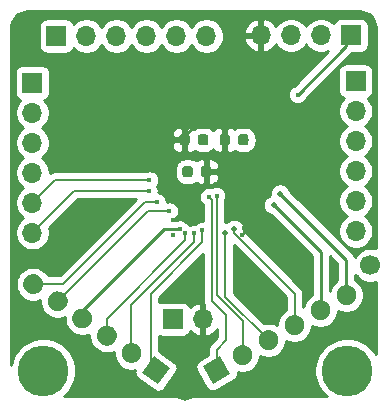
<source format=gbr>
%TF.GenerationSoftware,KiCad,Pcbnew,(5.1.6)-1*%
%TF.CreationDate,2020-11-24T16:57:48+08:00*%
%TF.ProjectId,BCG_mini_c8t6,4243475f-6d69-46e6-995f-633874362e6b,rev?*%
%TF.SameCoordinates,Original*%
%TF.FileFunction,Copper,L2,Bot*%
%TF.FilePolarity,Positive*%
%FSLAX46Y46*%
G04 Gerber Fmt 4.6, Leading zero omitted, Abs format (unit mm)*
G04 Created by KiCad (PCBNEW (5.1.6)-1) date 2020-11-24 16:57:48*
%MOMM*%
%LPD*%
G01*
G04 APERTURE LIST*
%TA.AperFunction,ComponentPad*%
%ADD10O,1.700000X1.700000*%
%TD*%
%TA.AperFunction,ComponentPad*%
%ADD11R,1.700000X1.700000*%
%TD*%
%TA.AperFunction,ComponentPad*%
%ADD12C,0.100000*%
%TD*%
%TA.AperFunction,ViaPad*%
%ADD13C,4.300000*%
%TD*%
%TA.AperFunction,ViaPad*%
%ADD14C,1.700000*%
%TD*%
%TA.AperFunction,ViaPad*%
%ADD15C,0.381000*%
%TD*%
%TA.AperFunction,ViaPad*%
%ADD16C,0.800000*%
%TD*%
%TA.AperFunction,ViaPad*%
%ADD17C,0.508000*%
%TD*%
%TA.AperFunction,Conductor*%
%ADD18C,0.254000*%
%TD*%
%TA.AperFunction,Conductor*%
%ADD19C,0.203200*%
%TD*%
G04 APERTURE END LIST*
D10*
%TO.P,J5,6*%
%TO.N,/PB14*%
X149961600Y-106781600D03*
%TO.P,J5,5*%
%TO.N,/PB15*%
X149961600Y-104241600D03*
%TO.P,J5,4*%
%TO.N,/PA8*%
X149961600Y-101701600D03*
%TO.P,J5,3*%
%TO.N,/PA9*%
X149961600Y-99161600D03*
%TO.P,J5,2*%
%TO.N,/PA10*%
X149961600Y-96621600D03*
D11*
%TO.P,J5,1*%
%TO.N,/PA11*%
X149961600Y-94081600D03*
%TD*%
%TO.P,C1,2*%
%TO.N,GND*%
%TA.AperFunction,SMDPad,CuDef*%
G36*
G01*
X139299200Y-98803750D02*
X139299200Y-99316250D01*
G75*
G02*
X139080450Y-99535000I-218750J0D01*
G01*
X138642950Y-99535000D01*
G75*
G02*
X138424200Y-99316250I0J218750D01*
G01*
X138424200Y-98803750D01*
G75*
G02*
X138642950Y-98585000I218750J0D01*
G01*
X139080450Y-98585000D01*
G75*
G02*
X139299200Y-98803750I0J-218750D01*
G01*
G37*
%TD.AperFunction*%
%TO.P,C1,1*%
%TO.N,+3V3*%
%TA.AperFunction,SMDPad,CuDef*%
G36*
G01*
X140874200Y-98803750D02*
X140874200Y-99316250D01*
G75*
G02*
X140655450Y-99535000I-218750J0D01*
G01*
X140217950Y-99535000D01*
G75*
G02*
X139999200Y-99316250I0J218750D01*
G01*
X139999200Y-98803750D01*
G75*
G02*
X140217950Y-98585000I218750J0D01*
G01*
X140655450Y-98585000D01*
G75*
G02*
X140874200Y-98803750I0J-218750D01*
G01*
G37*
%TD.AperFunction*%
%TD*%
%TO.P,C2,1*%
%TO.N,+3V3*%
%TA.AperFunction,SMDPad,CuDef*%
G36*
G01*
X135274600Y-102008650D02*
X135274600Y-101496150D01*
G75*
G02*
X135493350Y-101277400I218750J0D01*
G01*
X135930850Y-101277400D01*
G75*
G02*
X136149600Y-101496150I0J-218750D01*
G01*
X136149600Y-102008650D01*
G75*
G02*
X135930850Y-102227400I-218750J0D01*
G01*
X135493350Y-102227400D01*
G75*
G02*
X135274600Y-102008650I0J218750D01*
G01*
G37*
%TD.AperFunction*%
%TO.P,C2,2*%
%TO.N,GND*%
%TA.AperFunction,SMDPad,CuDef*%
G36*
G01*
X136849600Y-102008650D02*
X136849600Y-101496150D01*
G75*
G02*
X137068350Y-101277400I218750J0D01*
G01*
X137505850Y-101277400D01*
G75*
G02*
X137724600Y-101496150I0J-218750D01*
G01*
X137724600Y-102008650D01*
G75*
G02*
X137505850Y-102227400I-218750J0D01*
G01*
X137068350Y-102227400D01*
G75*
G02*
X136849600Y-102008650I0J218750D01*
G01*
G37*
%TD.AperFunction*%
%TD*%
%TO.P,J1,1*%
%TO.N,+3V3*%
X149555200Y-90220800D03*
D10*
%TO.P,J1,2*%
%TO.N,/SWO*%
X147015200Y-90220800D03*
%TO.P,J1,3*%
%TO.N,/SWCLK*%
X144475200Y-90220800D03*
%TO.P,J1,4*%
%TO.N,GND*%
X141935200Y-90220800D03*
%TD*%
%TO.P,J2,6*%
%TO.N,/PA1*%
X122580400Y-106934000D03*
%TO.P,J2,5*%
%TO.N,/PA0*%
X122580400Y-104394000D03*
%TO.P,J2,4*%
%TO.N,/PC15*%
X122580400Y-101854000D03*
%TO.P,J2,3*%
%TO.N,/PC14*%
X122580400Y-99314000D03*
%TO.P,J2,2*%
%TO.N,/PC13*%
X122580400Y-96774000D03*
D11*
%TO.P,J2,1*%
%TO.N,/PB9*%
X122580400Y-94234000D03*
%TD*%
%TA.AperFunction,ComponentPad*%
D12*
%TO.P,J3,1*%
%TO.N,/PB0*%
G36*
X139337122Y-118878322D02*
G01*
X137864878Y-119728322D01*
X137014878Y-118256078D01*
X138487122Y-117406078D01*
X139337122Y-118878322D01*
G37*
%TD.AperFunction*%
%TO.P,J3,2*%
%TO.N,/PB1*%
%TA.AperFunction,ComponentPad*%
G36*
G01*
X140800705Y-118033322D02*
X140800705Y-118033322D01*
G75*
G02*
X139639583Y-117722200I-425000J736122D01*
G01*
X139639583Y-117722200D01*
G75*
G02*
X139950705Y-116561078I736122J425000D01*
G01*
X139950705Y-116561078D01*
G75*
G02*
X141111827Y-116872200I425000J-736122D01*
G01*
X141111827Y-116872200D01*
G75*
G02*
X140800705Y-118033322I-736122J-425000D01*
G01*
G37*
%TD.AperFunction*%
%TO.P,J3,3*%
%TO.N,/PB10*%
%TA.AperFunction,ComponentPad*%
G36*
G01*
X143000409Y-116763322D02*
X143000409Y-116763322D01*
G75*
G02*
X141839287Y-116452200I-425000J736122D01*
G01*
X141839287Y-116452200D01*
G75*
G02*
X142150409Y-115291078I736122J425000D01*
G01*
X142150409Y-115291078D01*
G75*
G02*
X143311531Y-115602200I425000J-736122D01*
G01*
X143311531Y-115602200D01*
G75*
G02*
X143000409Y-116763322I-736122J-425000D01*
G01*
G37*
%TD.AperFunction*%
%TO.P,J3,4*%
%TO.N,/PB11*%
%TA.AperFunction,ComponentPad*%
G36*
G01*
X145200114Y-115493322D02*
X145200114Y-115493322D01*
G75*
G02*
X144038992Y-115182200I-425000J736122D01*
G01*
X144038992Y-115182200D01*
G75*
G02*
X144350114Y-114021078I736122J425000D01*
G01*
X144350114Y-114021078D01*
G75*
G02*
X145511236Y-114332200I425000J-736122D01*
G01*
X145511236Y-114332200D01*
G75*
G02*
X145200114Y-115493322I-736122J-425000D01*
G01*
G37*
%TD.AperFunction*%
%TO.P,J3,5*%
%TO.N,/PB12*%
%TA.AperFunction,ComponentPad*%
G36*
G01*
X147399818Y-114223322D02*
X147399818Y-114223322D01*
G75*
G02*
X146238696Y-113912200I-425000J736122D01*
G01*
X146238696Y-113912200D01*
G75*
G02*
X146549818Y-112751078I736122J425000D01*
G01*
X146549818Y-112751078D01*
G75*
G02*
X147710940Y-113062200I425000J-736122D01*
G01*
X147710940Y-113062200D01*
G75*
G02*
X147399818Y-114223322I-736122J-425000D01*
G01*
G37*
%TD.AperFunction*%
%TO.P,J3,6*%
%TO.N,/PB13*%
%TA.AperFunction,ComponentPad*%
G36*
G01*
X149599523Y-112953322D02*
X149599523Y-112953322D01*
G75*
G02*
X148438401Y-112642200I-425000J736122D01*
G01*
X148438401Y-112642200D01*
G75*
G02*
X148749523Y-111481078I736122J425000D01*
G01*
X148749523Y-111481078D01*
G75*
G02*
X149910645Y-111792200I425000J-736122D01*
G01*
X149910645Y-111792200D01*
G75*
G02*
X149599523Y-112953322I-736122J-425000D01*
G01*
G37*
%TD.AperFunction*%
%TD*%
%TA.AperFunction,ComponentPad*%
%TO.P,J4,1*%
%TO.N,/PA7*%
G36*
X132836461Y-117383381D02*
G01*
X134229019Y-118358461D01*
X133253939Y-119751019D01*
X131861381Y-118775939D01*
X132836461Y-117383381D01*
G37*
%TD.AperFunction*%
%TO.P,J4,2*%
%TO.N,/PA6*%
%TA.AperFunction,ComponentPad*%
G36*
G01*
X131452094Y-116414037D02*
X131452094Y-116414037D01*
G75*
G02*
X131660833Y-117597856I-487540J-696279D01*
G01*
X131660833Y-117597856D01*
G75*
G02*
X130477014Y-117806595I-696279J487540D01*
G01*
X130477014Y-117806595D01*
G75*
G02*
X130268275Y-116622776I487540J696279D01*
G01*
X130268275Y-116622776D01*
G75*
G02*
X131452094Y-116414037I696279J-487540D01*
G01*
G37*
%TD.AperFunction*%
%TO.P,J4,3*%
%TO.N,/PA5*%
%TA.AperFunction,ComponentPad*%
G36*
G01*
X129371448Y-114957153D02*
X129371448Y-114957153D01*
G75*
G02*
X129580187Y-116140972I-487540J-696279D01*
G01*
X129580187Y-116140972D01*
G75*
G02*
X128396368Y-116349711I-696279J487540D01*
G01*
X128396368Y-116349711D01*
G75*
G02*
X128187629Y-115165892I487540J696279D01*
G01*
X128187629Y-115165892D01*
G75*
G02*
X129371448Y-114957153I696279J-487540D01*
G01*
G37*
%TD.AperFunction*%
%TO.P,J4,4*%
%TO.N,/PA4*%
%TA.AperFunction,ComponentPad*%
G36*
G01*
X127290801Y-113500269D02*
X127290801Y-113500269D01*
G75*
G02*
X127499540Y-114684088I-487540J-696279D01*
G01*
X127499540Y-114684088D01*
G75*
G02*
X126315721Y-114892827I-696279J487540D01*
G01*
X126315721Y-114892827D01*
G75*
G02*
X126106982Y-113709008I487540J696279D01*
G01*
X126106982Y-113709008D01*
G75*
G02*
X127290801Y-113500269I696279J-487540D01*
G01*
G37*
%TD.AperFunction*%
%TO.P,J4,5*%
%TO.N,/PA3*%
%TA.AperFunction,ComponentPad*%
G36*
G01*
X125210155Y-112043384D02*
X125210155Y-112043384D01*
G75*
G02*
X125418894Y-113227203I-487540J-696279D01*
G01*
X125418894Y-113227203D01*
G75*
G02*
X124235075Y-113435942I-696279J487540D01*
G01*
X124235075Y-113435942D01*
G75*
G02*
X124026336Y-112252123I487540J696279D01*
G01*
X124026336Y-112252123D01*
G75*
G02*
X125210155Y-112043384I696279J-487540D01*
G01*
G37*
%TD.AperFunction*%
%TO.P,J4,6*%
%TO.N,/PA2*%
%TA.AperFunction,ComponentPad*%
G36*
G01*
X123129509Y-110586500D02*
X123129509Y-110586500D01*
G75*
G02*
X123338248Y-111770319I-487540J-696279D01*
G01*
X123338248Y-111770319D01*
G75*
G02*
X122154429Y-111979058I-696279J487540D01*
G01*
X122154429Y-111979058D01*
G75*
G02*
X121945690Y-110795239I487540J696279D01*
G01*
X121945690Y-110795239D01*
G75*
G02*
X123129509Y-110586500I696279J-487540D01*
G01*
G37*
%TD.AperFunction*%
%TD*%
D11*
%TO.P,J6,1*%
%TO.N,/PB8*%
X124612400Y-90271600D03*
D10*
%TO.P,J6,2*%
%TO.N,/PB7*%
X127152400Y-90271600D03*
%TO.P,J6,3*%
%TO.N,/PB6*%
X129692400Y-90271600D03*
%TO.P,J6,4*%
%TO.N,/PB5*%
X132232400Y-90271600D03*
%TO.P,J6,5*%
%TO.N,/PB4*%
X134772400Y-90271600D03*
%TO.P,J6,6*%
%TO.N,/PB3*%
X137312400Y-90271600D03*
%TD*%
D11*
%TO.P,J7,1*%
%TO.N,Net-(F1-Pad2)*%
X134467600Y-114249200D03*
D10*
%TO.P,J7,2*%
%TO.N,GND*%
X137007600Y-114249200D03*
%TD*%
%TO.P,R2,2*%
%TO.N,Net-(R2-Pad2)*%
%TA.AperFunction,SMDPad,CuDef*%
G36*
G01*
X136595600Y-99316250D02*
X136595600Y-98803750D01*
G75*
G02*
X136814350Y-98585000I218750J0D01*
G01*
X137251850Y-98585000D01*
G75*
G02*
X137470600Y-98803750I0J-218750D01*
G01*
X137470600Y-99316250D01*
G75*
G02*
X137251850Y-99535000I-218750J0D01*
G01*
X136814350Y-99535000D01*
G75*
G02*
X136595600Y-99316250I0J218750D01*
G01*
G37*
%TD.AperFunction*%
%TO.P,R2,1*%
%TO.N,GND*%
%TA.AperFunction,SMDPad,CuDef*%
G36*
G01*
X135020600Y-99316250D02*
X135020600Y-98803750D01*
G75*
G02*
X135239350Y-98585000I218750J0D01*
G01*
X135676850Y-98585000D01*
G75*
G02*
X135895600Y-98803750I0J-218750D01*
G01*
X135895600Y-99316250D01*
G75*
G02*
X135676850Y-99535000I-218750J0D01*
G01*
X135239350Y-99535000D01*
G75*
G02*
X135020600Y-99316250I0J218750D01*
G01*
G37*
%TD.AperFunction*%
%TD*%
D13*
%TO.N,*%
X149250400Y-118618000D03*
X123494800Y-118618000D03*
D14*
%TO.N,+3V3*%
X151180800Y-109677200D03*
D15*
%TO.N,GND*%
X140462000Y-106527600D03*
X141579600Y-106527600D03*
X140360400Y-107086400D03*
X147523200Y-105867200D03*
X141020800Y-110591600D03*
X136906000Y-109778800D03*
X134467600Y-107137200D03*
X145694400Y-110540800D03*
X142341600Y-110744000D03*
X125476000Y-107492800D03*
X125171200Y-109474000D03*
X135026400Y-100838000D03*
X136093200Y-98145600D03*
X143536128Y-98044000D03*
X139954000Y-103682800D03*
X142646400Y-106273600D03*
X143560800Y-106527600D03*
X127304800Y-99009200D03*
X140919200Y-113030000D03*
X141579600Y-113741200D03*
X145186400Y-99060000D03*
X147574000Y-97485200D03*
X141020800Y-94437200D03*
X142443200Y-92811600D03*
X139192000Y-101092000D03*
X134467600Y-105816400D03*
D16*
X121666000Y-91389200D03*
X122275600Y-89611200D03*
X139801600Y-90525600D03*
X140563600Y-92252800D03*
X128574800Y-93065600D03*
X125018800Y-93675200D03*
X126644400Y-94488000D03*
X127508000Y-118364000D03*
X129794000Y-119989600D03*
X141325600Y-119989600D03*
X144983200Y-120294400D03*
X145135600Y-117754400D03*
X150520400Y-114706400D03*
X135636000Y-116941600D03*
X148132800Y-110388400D03*
X137007600Y-116840000D03*
D14*
X135483600Y-120345200D03*
D17*
%TO.N,+3V3*%
X140672000Y-99053200D03*
X135585200Y-101803200D03*
D15*
X145034000Y-95240100D03*
D17*
%TO.N,/PB10*%
X138887200Y-106934000D03*
%TO.N,/PB11*%
X139672000Y-106629200D03*
%TO.N,/PB12*%
X143002000Y-104597200D03*
%TO.N,/PB13*%
X143560800Y-103632000D03*
D15*
%TO.N,/PA5*%
X135534400Y-106984800D03*
%TO.N,/PA4*%
X135077200Y-106629200D03*
%TO.N,/PA3*%
X134159700Y-105102100D03*
%TO.N,/PA2*%
X133126350Y-104322750D03*
%TO.N,/PA1*%
X132435600Y-103378000D03*
%TO.N,/PA0*%
X132486400Y-102463600D03*
%TO.N,/PA6*%
X136245600Y-106984800D03*
%TO.N,/PA7*%
X136956800Y-106730800D03*
%TO.N,/PB0*%
X137515600Y-103886000D03*
%TO.N,/PB1*%
X138172000Y-103788400D03*
D17*
%TO.N,Net-(R2-Pad2)*%
X137109200Y-99110800D03*
%TD*%
D18*
%TO.N,GND*%
X135458100Y-98780700D02*
X136093200Y-98145600D01*
X135458100Y-99060000D02*
X135458100Y-98780700D01*
X140462000Y-106984800D02*
X140368268Y-107078532D01*
X140462000Y-106527600D02*
X140462000Y-106984800D01*
%TO.N,+3V3*%
X145034000Y-95240100D02*
X149138900Y-91135200D01*
X149138900Y-90637100D02*
X149555200Y-90220800D01*
X149138900Y-91135200D02*
X149138900Y-90637100D01*
D19*
%TO.N,/PB10*%
X138887200Y-112338991D02*
X142575409Y-116027200D01*
X138887200Y-106934000D02*
X138887200Y-112338991D01*
%TO.N,/PB11*%
X144775114Y-112091524D02*
X144775114Y-114757200D01*
X139672000Y-106988410D02*
X144775114Y-112091524D01*
X139672000Y-106629200D02*
X139672000Y-106988410D01*
D18*
%TO.N,/PB12*%
X146974818Y-108570018D02*
X146974818Y-113487200D01*
X143002000Y-104597200D02*
X146974818Y-108570018D01*
%TO.N,/PB13*%
X149174523Y-109245723D02*
X149174523Y-112217200D01*
X143560800Y-103632000D02*
X149174523Y-109245723D01*
D19*
%TO.N,/PA5*%
X135534400Y-106984800D02*
X135534400Y-107543600D01*
X128883908Y-114194092D02*
X128883908Y-115653432D01*
X135534400Y-107543600D02*
X128883908Y-114194092D01*
%TO.N,/PA4*%
X127309409Y-113690400D02*
X126803261Y-114196548D01*
D18*
X135077200Y-106629200D02*
X133705600Y-106629200D01*
X126803261Y-113531539D02*
X126803261Y-114196548D01*
X133705600Y-106629200D02*
X126803261Y-113531539D01*
D19*
%TO.N,/PA3*%
X132360178Y-105102100D02*
X124722615Y-112739663D01*
X134159700Y-105102100D02*
X132360178Y-105102100D01*
%TO.N,/PA2*%
X133126350Y-104322750D02*
X132151250Y-104322750D01*
X125191221Y-111282779D02*
X122641969Y-111282779D01*
X132151250Y-104322750D02*
X125191221Y-111282779D01*
%TO.N,/PA1*%
X126136400Y-103378000D02*
X122580400Y-106934000D01*
X132435600Y-103378000D02*
X126136400Y-103378000D01*
%TO.N,/PA0*%
X124510800Y-102463600D02*
X122580400Y-104394000D01*
X132486400Y-102463600D02*
X124510800Y-102463600D01*
%TO.N,/PA6*%
X136245600Y-106984800D02*
X136245600Y-107746800D01*
X130964554Y-113027846D02*
X130964554Y-117110316D01*
X136245600Y-107746800D02*
X130964554Y-113027846D01*
%TO.N,/PA7*%
X136956800Y-106730800D02*
X136956800Y-107746800D01*
X136956800Y-107746800D02*
X132588000Y-112115600D01*
X132588000Y-118110000D02*
X133045200Y-118567200D01*
X132588000Y-112115600D02*
X132588000Y-118110000D01*
%TO.N,/PB0*%
X137515600Y-103886000D02*
X137768790Y-104139190D01*
X137768790Y-104139190D02*
X137768790Y-112673590D01*
X137768790Y-112673590D02*
X138988800Y-113893600D01*
X138988800Y-113893600D02*
X138988800Y-116027200D01*
X138176000Y-116840000D02*
X138176000Y-118567200D01*
X138988800Y-116027200D02*
X138176000Y-116840000D01*
%TO.N,/PB1*%
X140375705Y-114924905D02*
X140375705Y-117297200D01*
X138172000Y-103788400D02*
X138172000Y-112213200D01*
X140375705Y-114416905D02*
X140375705Y-114924905D01*
X138172000Y-112213200D02*
X140375705Y-114416905D01*
%TD*%
D18*
%TO.N,GND*%
G36*
X150573209Y-88216667D02*
G01*
X150819463Y-88291015D01*
X151046591Y-88411781D01*
X151245931Y-88574360D01*
X151409901Y-88772566D01*
X151532247Y-88998840D01*
X151608315Y-89244575D01*
X151638400Y-89530812D01*
X151638401Y-108259392D01*
X151613958Y-108249268D01*
X151327060Y-108192200D01*
X151034540Y-108192200D01*
X150747642Y-108249268D01*
X150477389Y-108361210D01*
X150234168Y-108523725D01*
X150027325Y-108730568D01*
X149880579Y-108950189D01*
X149811168Y-108820331D01*
X149715945Y-108704301D01*
X149686876Y-108680445D01*
X144424704Y-103418274D01*
X144415636Y-103372688D01*
X144348621Y-103210901D01*
X144251331Y-103065296D01*
X144127504Y-102941469D01*
X143981899Y-102844179D01*
X143820112Y-102777164D01*
X143648359Y-102743000D01*
X143473241Y-102743000D01*
X143301488Y-102777164D01*
X143139701Y-102844179D01*
X142994096Y-102941469D01*
X142870269Y-103065296D01*
X142772979Y-103210901D01*
X142705964Y-103372688D01*
X142671800Y-103544441D01*
X142671800Y-103719559D01*
X142681387Y-103767756D01*
X142580901Y-103809379D01*
X142435296Y-103906669D01*
X142311469Y-104030496D01*
X142214179Y-104176101D01*
X142147164Y-104337888D01*
X142113000Y-104509641D01*
X142113000Y-104684759D01*
X142147164Y-104856512D01*
X142214179Y-105018299D01*
X142311469Y-105163904D01*
X142435296Y-105287731D01*
X142580901Y-105385021D01*
X142742688Y-105452036D01*
X142788273Y-105461104D01*
X146212818Y-108885649D01*
X146212819Y-112210357D01*
X146028186Y-112333725D01*
X145821343Y-112540568D01*
X145658828Y-112783789D01*
X145546886Y-113054042D01*
X145511714Y-113230862D01*
X145511714Y-112127707D01*
X145515278Y-112091523D01*
X145508172Y-112019379D01*
X145501056Y-111947125D01*
X145458936Y-111808275D01*
X145413659Y-111723567D01*
X145390538Y-111680310D01*
X145321556Y-111596256D01*
X145321551Y-111596251D01*
X145298488Y-111568149D01*
X145270387Y-111545088D01*
X140541266Y-106815967D01*
X140561000Y-106716759D01*
X140561000Y-106541641D01*
X140526836Y-106369888D01*
X140459821Y-106208101D01*
X140362531Y-106062496D01*
X140238704Y-105938669D01*
X140093099Y-105841379D01*
X139931312Y-105774364D01*
X139759559Y-105740200D01*
X139584441Y-105740200D01*
X139412688Y-105774364D01*
X139250901Y-105841379D01*
X139105296Y-105938669D01*
X138994949Y-106049016D01*
X138974759Y-106045000D01*
X138908600Y-106045000D01*
X138908600Y-104167224D01*
X138965776Y-104029189D01*
X138997500Y-103869705D01*
X138997500Y-103707095D01*
X138965776Y-103547611D01*
X138903548Y-103397379D01*
X138813208Y-103262175D01*
X138698225Y-103147192D01*
X138563021Y-103056852D01*
X138412789Y-102994624D01*
X138253305Y-102962900D01*
X138090695Y-102962900D01*
X137931211Y-102994624D01*
X137780979Y-103056852D01*
X137734544Y-103087879D01*
X137596905Y-103060500D01*
X137434295Y-103060500D01*
X137274811Y-103092224D01*
X137124579Y-103154452D01*
X136989375Y-103244792D01*
X136874392Y-103359775D01*
X136784052Y-103494979D01*
X136721824Y-103645211D01*
X136690100Y-103804695D01*
X136690100Y-103967305D01*
X136721824Y-104126789D01*
X136784052Y-104277021D01*
X136874392Y-104412225D01*
X136989375Y-104527208D01*
X137032190Y-104555816D01*
X137032190Y-105905300D01*
X136875495Y-105905300D01*
X136716011Y-105937024D01*
X136565779Y-105999252D01*
X136430575Y-106089592D01*
X136355232Y-106164935D01*
X136326905Y-106159300D01*
X136164295Y-106159300D01*
X136004811Y-106191024D01*
X135890000Y-106238580D01*
X135778025Y-106192199D01*
X135718408Y-106102975D01*
X135603425Y-105987992D01*
X135468221Y-105897652D01*
X135317989Y-105835424D01*
X135158505Y-105803700D01*
X134995895Y-105803700D01*
X134836411Y-105835424D01*
X134759697Y-105867200D01*
X134469719Y-105867200D01*
X134550721Y-105833648D01*
X134685925Y-105743308D01*
X134800908Y-105628325D01*
X134891248Y-105493121D01*
X134953476Y-105342889D01*
X134985200Y-105183405D01*
X134985200Y-105020795D01*
X134953476Y-104861311D01*
X134891248Y-104711079D01*
X134800908Y-104575875D01*
X134685925Y-104460892D01*
X134550721Y-104370552D01*
X134400489Y-104308324D01*
X134241005Y-104276600D01*
X134078395Y-104276600D01*
X133951850Y-104301772D01*
X133951850Y-104241445D01*
X133920126Y-104081961D01*
X133857898Y-103931729D01*
X133767558Y-103796525D01*
X133652575Y-103681542D01*
X133517371Y-103591202D01*
X133367139Y-103528974D01*
X133251805Y-103506032D01*
X133261100Y-103459305D01*
X133261100Y-103296695D01*
X133229376Y-103137211D01*
X133167148Y-102986979D01*
X133148329Y-102958814D01*
X133217948Y-102854621D01*
X133280176Y-102704389D01*
X133311900Y-102544905D01*
X133311900Y-102382295D01*
X133280176Y-102222811D01*
X133217948Y-102072579D01*
X133127608Y-101937375D01*
X133012625Y-101822392D01*
X132877421Y-101732052D01*
X132727189Y-101669824D01*
X132567705Y-101638100D01*
X132405095Y-101638100D01*
X132245611Y-101669824D01*
X132107576Y-101727000D01*
X124546986Y-101727000D01*
X124510800Y-101723436D01*
X124474614Y-101727000D01*
X124366401Y-101737658D01*
X124227551Y-101779778D01*
X124099587Y-101848176D01*
X124065400Y-101876233D01*
X124065400Y-101707740D01*
X124023312Y-101496150D01*
X134636528Y-101496150D01*
X134636528Y-102008650D01*
X134652992Y-102175808D01*
X134701750Y-102336542D01*
X134780929Y-102484675D01*
X134887485Y-102614515D01*
X135017325Y-102721071D01*
X135165458Y-102800250D01*
X135326192Y-102849008D01*
X135493350Y-102865472D01*
X135930850Y-102865472D01*
X136098008Y-102849008D01*
X136258742Y-102800250D01*
X136406875Y-102721071D01*
X136428530Y-102703300D01*
X136495106Y-102757937D01*
X136605420Y-102816902D01*
X136725118Y-102853212D01*
X136849600Y-102865472D01*
X137001350Y-102862400D01*
X137160100Y-102703650D01*
X137160100Y-101879400D01*
X137414100Y-101879400D01*
X137414100Y-102703650D01*
X137572850Y-102862400D01*
X137724600Y-102865472D01*
X137849082Y-102853212D01*
X137968780Y-102816902D01*
X138079094Y-102757937D01*
X138175785Y-102678585D01*
X138255137Y-102581894D01*
X138314102Y-102471580D01*
X138350412Y-102351882D01*
X138362672Y-102227400D01*
X138359600Y-102038150D01*
X138200850Y-101879400D01*
X137414100Y-101879400D01*
X137160100Y-101879400D01*
X137140100Y-101879400D01*
X137140100Y-101625400D01*
X137160100Y-101625400D01*
X137160100Y-100801150D01*
X137414100Y-100801150D01*
X137414100Y-101625400D01*
X138200850Y-101625400D01*
X138359600Y-101466650D01*
X138362672Y-101277400D01*
X138350412Y-101152918D01*
X138314102Y-101033220D01*
X138255137Y-100922906D01*
X138175785Y-100826215D01*
X138079094Y-100746863D01*
X137968780Y-100687898D01*
X137849082Y-100651588D01*
X137724600Y-100639328D01*
X137572850Y-100642400D01*
X137414100Y-100801150D01*
X137160100Y-100801150D01*
X137001350Y-100642400D01*
X136849600Y-100639328D01*
X136725118Y-100651588D01*
X136605420Y-100687898D01*
X136495106Y-100746863D01*
X136428530Y-100801500D01*
X136406875Y-100783729D01*
X136258742Y-100704550D01*
X136098008Y-100655792D01*
X135930850Y-100639328D01*
X135493350Y-100639328D01*
X135326192Y-100655792D01*
X135165458Y-100704550D01*
X135017325Y-100783729D01*
X134887485Y-100890285D01*
X134780929Y-101020125D01*
X134701750Y-101168258D01*
X134652992Y-101328992D01*
X134636528Y-101496150D01*
X124023312Y-101496150D01*
X124008332Y-101420842D01*
X123896390Y-101150589D01*
X123733875Y-100907368D01*
X123527032Y-100700525D01*
X123352640Y-100584000D01*
X123527032Y-100467475D01*
X123733875Y-100260632D01*
X123896390Y-100017411D01*
X124008332Y-99747158D01*
X124050533Y-99535000D01*
X134382528Y-99535000D01*
X134394788Y-99659482D01*
X134431098Y-99779180D01*
X134490063Y-99889494D01*
X134569415Y-99986185D01*
X134666106Y-100065537D01*
X134776420Y-100124502D01*
X134896118Y-100160812D01*
X135020600Y-100173072D01*
X135172350Y-100170000D01*
X135331100Y-100011250D01*
X135331100Y-99187000D01*
X134544350Y-99187000D01*
X134385600Y-99345750D01*
X134382528Y-99535000D01*
X124050533Y-99535000D01*
X124065400Y-99460260D01*
X124065400Y-99167740D01*
X124008332Y-98880842D01*
X123896390Y-98610589D01*
X123879292Y-98585000D01*
X134382528Y-98585000D01*
X134385600Y-98774250D01*
X134544350Y-98933000D01*
X135331100Y-98933000D01*
X135331100Y-98108750D01*
X135585100Y-98108750D01*
X135585100Y-98933000D01*
X135605100Y-98933000D01*
X135605100Y-99187000D01*
X135585100Y-99187000D01*
X135585100Y-100011250D01*
X135743850Y-100170000D01*
X135895600Y-100173072D01*
X136020082Y-100160812D01*
X136139780Y-100124502D01*
X136250094Y-100065537D01*
X136316670Y-100010900D01*
X136338325Y-100028671D01*
X136486458Y-100107850D01*
X136647192Y-100156608D01*
X136814350Y-100173072D01*
X137251850Y-100173072D01*
X137419008Y-100156608D01*
X137579742Y-100107850D01*
X137727875Y-100028671D01*
X137857715Y-99922115D01*
X137890043Y-99882722D01*
X137893663Y-99889494D01*
X137973015Y-99986185D01*
X138069706Y-100065537D01*
X138180020Y-100124502D01*
X138299718Y-100160812D01*
X138424200Y-100173072D01*
X138575950Y-100170000D01*
X138734700Y-100011250D01*
X138734700Y-99187000D01*
X138714700Y-99187000D01*
X138714700Y-98933000D01*
X138734700Y-98933000D01*
X138734700Y-98108750D01*
X138988700Y-98108750D01*
X138988700Y-98933000D01*
X139008700Y-98933000D01*
X139008700Y-99187000D01*
X138988700Y-99187000D01*
X138988700Y-100011250D01*
X139147450Y-100170000D01*
X139299200Y-100173072D01*
X139423682Y-100160812D01*
X139543380Y-100124502D01*
X139653694Y-100065537D01*
X139720270Y-100010900D01*
X139741925Y-100028671D01*
X139890058Y-100107850D01*
X140050792Y-100156608D01*
X140217950Y-100173072D01*
X140655450Y-100173072D01*
X140822608Y-100156608D01*
X140983342Y-100107850D01*
X141131475Y-100028671D01*
X141261315Y-99922115D01*
X141367871Y-99792275D01*
X141447050Y-99644142D01*
X141495808Y-99483408D01*
X141508212Y-99357475D01*
X141526836Y-99312512D01*
X141561000Y-99140759D01*
X141561000Y-98965641D01*
X141526836Y-98793888D01*
X141506454Y-98744683D01*
X141495808Y-98636592D01*
X141447050Y-98475858D01*
X141367871Y-98327725D01*
X141261315Y-98197885D01*
X141131475Y-98091329D01*
X140983342Y-98012150D01*
X140822608Y-97963392D01*
X140655450Y-97946928D01*
X140217950Y-97946928D01*
X140050792Y-97963392D01*
X139890058Y-98012150D01*
X139741925Y-98091329D01*
X139720270Y-98109100D01*
X139653694Y-98054463D01*
X139543380Y-97995498D01*
X139423682Y-97959188D01*
X139299200Y-97946928D01*
X139147450Y-97950000D01*
X138988700Y-98108750D01*
X138734700Y-98108750D01*
X138575950Y-97950000D01*
X138424200Y-97946928D01*
X138299718Y-97959188D01*
X138180020Y-97995498D01*
X138069706Y-98054463D01*
X137973015Y-98133815D01*
X137893663Y-98230506D01*
X137890043Y-98237278D01*
X137857715Y-98197885D01*
X137727875Y-98091329D01*
X137579742Y-98012150D01*
X137419008Y-97963392D01*
X137251850Y-97946928D01*
X136814350Y-97946928D01*
X136647192Y-97963392D01*
X136486458Y-98012150D01*
X136338325Y-98091329D01*
X136316670Y-98109100D01*
X136250094Y-98054463D01*
X136139780Y-97995498D01*
X136020082Y-97959188D01*
X135895600Y-97946928D01*
X135743850Y-97950000D01*
X135585100Y-98108750D01*
X135331100Y-98108750D01*
X135172350Y-97950000D01*
X135020600Y-97946928D01*
X134896118Y-97959188D01*
X134776420Y-97995498D01*
X134666106Y-98054463D01*
X134569415Y-98133815D01*
X134490063Y-98230506D01*
X134431098Y-98340820D01*
X134394788Y-98460518D01*
X134382528Y-98585000D01*
X123879292Y-98585000D01*
X123733875Y-98367368D01*
X123527032Y-98160525D01*
X123352640Y-98044000D01*
X123527032Y-97927475D01*
X123733875Y-97720632D01*
X123896390Y-97477411D01*
X124008332Y-97207158D01*
X124065400Y-96920260D01*
X124065400Y-96627740D01*
X124008332Y-96340842D01*
X123896390Y-96070589D01*
X123733875Y-95827368D01*
X123602020Y-95695513D01*
X123674580Y-95673502D01*
X123784894Y-95614537D01*
X123881585Y-95535185D01*
X123960937Y-95438494D01*
X124019902Y-95328180D01*
X124056212Y-95208482D01*
X124068472Y-95084000D01*
X124068472Y-93384000D01*
X124056212Y-93259518D01*
X124019902Y-93139820D01*
X123960937Y-93029506D01*
X123881585Y-92932815D01*
X123784894Y-92853463D01*
X123674580Y-92794498D01*
X123554882Y-92758188D01*
X123430400Y-92745928D01*
X121730400Y-92745928D01*
X121605918Y-92758188D01*
X121486220Y-92794498D01*
X121375906Y-92853463D01*
X121279215Y-92932815D01*
X121199863Y-93029506D01*
X121140898Y-93139820D01*
X121104588Y-93259518D01*
X121092328Y-93384000D01*
X121092328Y-95084000D01*
X121104588Y-95208482D01*
X121140898Y-95328180D01*
X121199863Y-95438494D01*
X121279215Y-95535185D01*
X121375906Y-95614537D01*
X121486220Y-95673502D01*
X121558780Y-95695513D01*
X121426925Y-95827368D01*
X121264410Y-96070589D01*
X121152468Y-96340842D01*
X121095400Y-96627740D01*
X121095400Y-96920260D01*
X121152468Y-97207158D01*
X121264410Y-97477411D01*
X121426925Y-97720632D01*
X121633768Y-97927475D01*
X121808160Y-98044000D01*
X121633768Y-98160525D01*
X121426925Y-98367368D01*
X121264410Y-98610589D01*
X121152468Y-98880842D01*
X121095400Y-99167740D01*
X121095400Y-99460260D01*
X121152468Y-99747158D01*
X121264410Y-100017411D01*
X121426925Y-100260632D01*
X121633768Y-100467475D01*
X121808160Y-100584000D01*
X121633768Y-100700525D01*
X121426925Y-100907368D01*
X121264410Y-101150589D01*
X121152468Y-101420842D01*
X121095400Y-101707740D01*
X121095400Y-102000260D01*
X121152468Y-102287158D01*
X121264410Y-102557411D01*
X121426925Y-102800632D01*
X121633768Y-103007475D01*
X121808160Y-103124000D01*
X121633768Y-103240525D01*
X121426925Y-103447368D01*
X121264410Y-103690589D01*
X121152468Y-103960842D01*
X121095400Y-104247740D01*
X121095400Y-104540260D01*
X121152468Y-104827158D01*
X121264410Y-105097411D01*
X121426925Y-105340632D01*
X121633768Y-105547475D01*
X121808160Y-105664000D01*
X121633768Y-105780525D01*
X121426925Y-105987368D01*
X121264410Y-106230589D01*
X121152468Y-106500842D01*
X121095400Y-106787740D01*
X121095400Y-107080260D01*
X121152468Y-107367158D01*
X121264410Y-107637411D01*
X121426925Y-107880632D01*
X121633768Y-108087475D01*
X121876989Y-108249990D01*
X122147242Y-108361932D01*
X122434140Y-108419000D01*
X122726660Y-108419000D01*
X123013558Y-108361932D01*
X123283811Y-108249990D01*
X123527032Y-108087475D01*
X123733875Y-107880632D01*
X123896390Y-107637411D01*
X124008332Y-107367158D01*
X124065400Y-107080260D01*
X124065400Y-106787740D01*
X124016119Y-106539990D01*
X126441509Y-104114600D01*
X131317691Y-104114600D01*
X124886112Y-110546179D01*
X123935783Y-110546179D01*
X123795444Y-110336147D01*
X123588601Y-110129304D01*
X123345380Y-109966789D01*
X123075127Y-109854847D01*
X122788229Y-109797779D01*
X122495709Y-109797779D01*
X122208811Y-109854847D01*
X121938558Y-109966789D01*
X121695337Y-110129304D01*
X121488494Y-110336147D01*
X121325979Y-110579368D01*
X121214037Y-110849621D01*
X121156969Y-111136519D01*
X121156969Y-111429039D01*
X121214037Y-111715937D01*
X121325979Y-111986190D01*
X121488494Y-112229411D01*
X121695337Y-112436254D01*
X121938558Y-112598769D01*
X122208811Y-112710711D01*
X122495709Y-112767779D01*
X122788229Y-112767779D01*
X123075127Y-112710711D01*
X123237615Y-112643407D01*
X123237615Y-112885923D01*
X123294683Y-113172821D01*
X123406625Y-113443074D01*
X123569140Y-113686295D01*
X123775983Y-113893138D01*
X124019204Y-114055653D01*
X124289457Y-114167595D01*
X124576355Y-114224663D01*
X124868875Y-114224663D01*
X125155773Y-114167595D01*
X125318261Y-114100291D01*
X125318261Y-114342808D01*
X125375329Y-114629706D01*
X125487271Y-114899959D01*
X125649786Y-115143180D01*
X125856629Y-115350023D01*
X126099850Y-115512538D01*
X126370103Y-115624480D01*
X126657001Y-115681548D01*
X126949521Y-115681548D01*
X127236419Y-115624480D01*
X127398908Y-115557175D01*
X127398908Y-115799692D01*
X127455976Y-116086590D01*
X127567918Y-116356843D01*
X127730433Y-116600064D01*
X127937276Y-116806907D01*
X128180497Y-116969422D01*
X128450750Y-117081364D01*
X128737648Y-117138432D01*
X129030168Y-117138432D01*
X129317066Y-117081364D01*
X129479554Y-117014060D01*
X129479554Y-117256576D01*
X129536622Y-117543474D01*
X129648564Y-117813727D01*
X129811079Y-118056948D01*
X130017922Y-118263791D01*
X130261143Y-118426306D01*
X130531396Y-118538248D01*
X130818294Y-118595316D01*
X131110814Y-118595316D01*
X131262209Y-118565201D01*
X131238434Y-118637835D01*
X131223461Y-118762019D01*
X131233003Y-118886739D01*
X131266693Y-119007200D01*
X131323236Y-119118775D01*
X131400461Y-119217174D01*
X131495398Y-119298617D01*
X132887956Y-120273697D01*
X132996958Y-120335054D01*
X133115835Y-120373966D01*
X133240019Y-120388939D01*
X133364739Y-120379397D01*
X133485200Y-120345707D01*
X133596775Y-120289164D01*
X133695174Y-120211939D01*
X133776617Y-120117002D01*
X134751697Y-118724444D01*
X134813054Y-118615442D01*
X134851966Y-118496565D01*
X134866939Y-118372381D01*
X134857397Y-118247661D01*
X134823707Y-118127200D01*
X134767164Y-118015625D01*
X134689939Y-117917226D01*
X134595002Y-117835783D01*
X133324600Y-116946238D01*
X133324600Y-115662607D01*
X133373420Y-115688702D01*
X133493118Y-115725012D01*
X133617600Y-115737272D01*
X135317600Y-115737272D01*
X135442082Y-115725012D01*
X135561780Y-115688702D01*
X135672094Y-115629737D01*
X135768785Y-115550385D01*
X135848137Y-115453694D01*
X135907102Y-115343380D01*
X135931566Y-115262734D01*
X136007331Y-115346788D01*
X136240680Y-115520841D01*
X136503501Y-115646025D01*
X136650710Y-115690676D01*
X136880600Y-115569355D01*
X136880600Y-114376200D01*
X136860600Y-114376200D01*
X136860600Y-114122200D01*
X136880600Y-114122200D01*
X136880600Y-112929045D01*
X136650710Y-112807724D01*
X136503501Y-112852375D01*
X136240680Y-112977559D01*
X136007331Y-113151612D01*
X135931566Y-113235666D01*
X135907102Y-113155020D01*
X135848137Y-113044706D01*
X135768785Y-112948015D01*
X135672094Y-112868663D01*
X135561780Y-112809698D01*
X135442082Y-112773388D01*
X135317600Y-112761128D01*
X133617600Y-112761128D01*
X133493118Y-112773388D01*
X133373420Y-112809698D01*
X133324600Y-112835793D01*
X133324600Y-112420709D01*
X137032191Y-108713119D01*
X137032191Y-112637397D01*
X137028626Y-112673590D01*
X137041020Y-112799422D01*
X137042849Y-112817989D01*
X137053280Y-112852375D01*
X137084968Y-112956837D01*
X137134600Y-113049693D01*
X137134600Y-114122200D01*
X137154600Y-114122200D01*
X137154600Y-114376200D01*
X137134600Y-114376200D01*
X137134600Y-115569355D01*
X137364490Y-115690676D01*
X137511699Y-115646025D01*
X137774520Y-115520841D01*
X138007869Y-115346788D01*
X138202778Y-115130555D01*
X138252201Y-115047585D01*
X138252201Y-115722089D01*
X137680732Y-116293559D01*
X137652625Y-116316626D01*
X137629559Y-116344732D01*
X137629558Y-116344733D01*
X137619620Y-116356843D01*
X137560576Y-116428788D01*
X137492178Y-116556752D01*
X137450058Y-116695602D01*
X137439840Y-116799346D01*
X137435836Y-116840000D01*
X137439400Y-116876184D01*
X137439400Y-117274198D01*
X136695842Y-117703491D01*
X136594168Y-117776350D01*
X136508662Y-117867644D01*
X136442609Y-117973866D01*
X136398548Y-118090933D01*
X136378172Y-118214346D01*
X136382265Y-118339363D01*
X136410668Y-118461179D01*
X136462291Y-118575114D01*
X137312291Y-120047358D01*
X137385150Y-120149032D01*
X137476444Y-120234538D01*
X137582666Y-120300591D01*
X137699733Y-120344652D01*
X137823146Y-120365028D01*
X137948163Y-120360935D01*
X138069979Y-120332532D01*
X138183914Y-120280909D01*
X139656158Y-119430909D01*
X139757832Y-119358050D01*
X139843338Y-119266756D01*
X139909391Y-119160534D01*
X139953452Y-119043467D01*
X139973828Y-118920054D01*
X139969735Y-118795037D01*
X139953965Y-118727403D01*
X140229445Y-118782200D01*
X140521965Y-118782200D01*
X140808863Y-118725132D01*
X141079116Y-118613190D01*
X141322337Y-118450675D01*
X141529180Y-118243832D01*
X141691695Y-118000611D01*
X141803637Y-117730358D01*
X141860705Y-117443460D01*
X141860705Y-117335644D01*
X141871998Y-117343190D01*
X142142251Y-117455132D01*
X142429149Y-117512200D01*
X142721669Y-117512200D01*
X143008567Y-117455132D01*
X143278820Y-117343190D01*
X143522041Y-117180675D01*
X143728884Y-116973832D01*
X143891399Y-116730611D01*
X144003341Y-116460358D01*
X144060409Y-116173460D01*
X144060409Y-116065644D01*
X144071703Y-116073190D01*
X144341956Y-116185132D01*
X144628854Y-116242200D01*
X144921374Y-116242200D01*
X145208272Y-116185132D01*
X145478525Y-116073190D01*
X145721746Y-115910675D01*
X145928589Y-115703832D01*
X146091104Y-115460611D01*
X146203046Y-115190358D01*
X146260114Y-114903460D01*
X146260114Y-114795644D01*
X146271407Y-114803190D01*
X146541660Y-114915132D01*
X146828558Y-114972200D01*
X147121078Y-114972200D01*
X147407976Y-114915132D01*
X147678229Y-114803190D01*
X147921450Y-114640675D01*
X148128293Y-114433832D01*
X148290808Y-114190611D01*
X148402750Y-113920358D01*
X148459818Y-113633460D01*
X148459818Y-113525644D01*
X148471112Y-113533190D01*
X148741365Y-113645132D01*
X149028263Y-113702200D01*
X149320783Y-113702200D01*
X149607681Y-113645132D01*
X149877934Y-113533190D01*
X150121155Y-113370675D01*
X150327998Y-113163832D01*
X150490513Y-112920611D01*
X150602455Y-112650358D01*
X150659523Y-112363460D01*
X150659523Y-112070940D01*
X150602455Y-111784042D01*
X150490513Y-111513789D01*
X150327998Y-111270568D01*
X150121155Y-111063725D01*
X149936523Y-110940358D01*
X149936523Y-110487937D01*
X150027325Y-110623832D01*
X150234168Y-110830675D01*
X150477389Y-110993190D01*
X150747642Y-111105132D01*
X151034540Y-111162200D01*
X151327060Y-111162200D01*
X151613958Y-111105132D01*
X151638401Y-111095008D01*
X151638401Y-117179029D01*
X151413650Y-116842666D01*
X151025734Y-116454750D01*
X150569592Y-116149965D01*
X150062754Y-115940026D01*
X149524699Y-115833000D01*
X148976101Y-115833000D01*
X148438046Y-115940026D01*
X147931208Y-116149965D01*
X147475066Y-116454750D01*
X147087150Y-116842666D01*
X146782365Y-117298808D01*
X146572426Y-117805646D01*
X146465400Y-118343701D01*
X146465400Y-118892299D01*
X146572426Y-119430354D01*
X146782365Y-119937192D01*
X147087150Y-120393334D01*
X147475066Y-120781250D01*
X147495980Y-120795224D01*
X125291183Y-120760201D01*
X125658050Y-120393334D01*
X125962835Y-119937192D01*
X126172774Y-119430354D01*
X126279800Y-118892299D01*
X126279800Y-118343701D01*
X126172774Y-117805646D01*
X125962835Y-117298808D01*
X125658050Y-116842666D01*
X125270134Y-116454750D01*
X124813992Y-116149965D01*
X124307154Y-115940026D01*
X123769099Y-115833000D01*
X123220501Y-115833000D01*
X122682446Y-115940026D01*
X122175608Y-116149965D01*
X121719466Y-116454750D01*
X121331550Y-116842666D01*
X121026765Y-117298808D01*
X120816826Y-117805646D01*
X120751200Y-118135570D01*
X120751200Y-89643479D01*
X120772955Y-89421600D01*
X123124328Y-89421600D01*
X123124328Y-91121600D01*
X123136588Y-91246082D01*
X123172898Y-91365780D01*
X123231863Y-91476094D01*
X123311215Y-91572785D01*
X123407906Y-91652137D01*
X123518220Y-91711102D01*
X123637918Y-91747412D01*
X123762400Y-91759672D01*
X125462400Y-91759672D01*
X125586882Y-91747412D01*
X125706580Y-91711102D01*
X125816894Y-91652137D01*
X125913585Y-91572785D01*
X125992937Y-91476094D01*
X126051902Y-91365780D01*
X126073913Y-91293220D01*
X126205768Y-91425075D01*
X126448989Y-91587590D01*
X126719242Y-91699532D01*
X127006140Y-91756600D01*
X127298660Y-91756600D01*
X127585558Y-91699532D01*
X127855811Y-91587590D01*
X128099032Y-91425075D01*
X128305875Y-91218232D01*
X128422400Y-91043840D01*
X128538925Y-91218232D01*
X128745768Y-91425075D01*
X128988989Y-91587590D01*
X129259242Y-91699532D01*
X129546140Y-91756600D01*
X129838660Y-91756600D01*
X130125558Y-91699532D01*
X130395811Y-91587590D01*
X130639032Y-91425075D01*
X130845875Y-91218232D01*
X130962400Y-91043840D01*
X131078925Y-91218232D01*
X131285768Y-91425075D01*
X131528989Y-91587590D01*
X131799242Y-91699532D01*
X132086140Y-91756600D01*
X132378660Y-91756600D01*
X132665558Y-91699532D01*
X132935811Y-91587590D01*
X133179032Y-91425075D01*
X133385875Y-91218232D01*
X133502400Y-91043840D01*
X133618925Y-91218232D01*
X133825768Y-91425075D01*
X134068989Y-91587590D01*
X134339242Y-91699532D01*
X134626140Y-91756600D01*
X134918660Y-91756600D01*
X135205558Y-91699532D01*
X135475811Y-91587590D01*
X135719032Y-91425075D01*
X135925875Y-91218232D01*
X136042400Y-91043840D01*
X136158925Y-91218232D01*
X136365768Y-91425075D01*
X136608989Y-91587590D01*
X136879242Y-91699532D01*
X137166140Y-91756600D01*
X137458660Y-91756600D01*
X137745558Y-91699532D01*
X138015811Y-91587590D01*
X138259032Y-91425075D01*
X138465875Y-91218232D01*
X138628390Y-90975011D01*
X138740332Y-90704758D01*
X138765607Y-90577691D01*
X140493719Y-90577691D01*
X140591043Y-90852052D01*
X140740022Y-91102155D01*
X140934931Y-91318388D01*
X141168280Y-91492441D01*
X141431101Y-91617625D01*
X141578310Y-91662276D01*
X141808200Y-91540955D01*
X141808200Y-90347800D01*
X140614386Y-90347800D01*
X140493719Y-90577691D01*
X138765607Y-90577691D01*
X138797400Y-90417860D01*
X138797400Y-90125340D01*
X138745398Y-89863909D01*
X140493719Y-89863909D01*
X140614386Y-90093800D01*
X141808200Y-90093800D01*
X141808200Y-88900645D01*
X142062200Y-88900645D01*
X142062200Y-90093800D01*
X142082200Y-90093800D01*
X142082200Y-90347800D01*
X142062200Y-90347800D01*
X142062200Y-91540955D01*
X142292090Y-91662276D01*
X142439299Y-91617625D01*
X142702120Y-91492441D01*
X142935469Y-91318388D01*
X143130378Y-91102155D01*
X143200005Y-90985266D01*
X143321725Y-91167432D01*
X143528568Y-91374275D01*
X143771789Y-91536790D01*
X144042042Y-91648732D01*
X144328940Y-91705800D01*
X144621460Y-91705800D01*
X144908358Y-91648732D01*
X145178611Y-91536790D01*
X145421832Y-91374275D01*
X145628675Y-91167432D01*
X145745200Y-90993040D01*
X145861725Y-91167432D01*
X146068568Y-91374275D01*
X146311789Y-91536790D01*
X146582042Y-91648732D01*
X146868940Y-91705800D01*
X147161460Y-91705800D01*
X147448358Y-91648732D01*
X147618008Y-91578461D01*
X144719694Y-94476775D01*
X144642979Y-94508552D01*
X144507775Y-94598892D01*
X144392792Y-94713875D01*
X144302452Y-94849079D01*
X144240224Y-94999311D01*
X144208500Y-95158795D01*
X144208500Y-95321405D01*
X144240224Y-95480889D01*
X144302452Y-95631121D01*
X144392792Y-95766325D01*
X144507775Y-95881308D01*
X144642979Y-95971648D01*
X144793211Y-96033876D01*
X144952695Y-96065600D01*
X145115305Y-96065600D01*
X145274789Y-96033876D01*
X145425021Y-95971648D01*
X145560225Y-95881308D01*
X145675208Y-95766325D01*
X145765548Y-95631121D01*
X145797325Y-95554406D01*
X148120131Y-93231600D01*
X148473528Y-93231600D01*
X148473528Y-94931600D01*
X148485788Y-95056082D01*
X148522098Y-95175780D01*
X148581063Y-95286094D01*
X148660415Y-95382785D01*
X148757106Y-95462137D01*
X148867420Y-95521102D01*
X148939980Y-95543113D01*
X148808125Y-95674968D01*
X148645610Y-95918189D01*
X148533668Y-96188442D01*
X148476600Y-96475340D01*
X148476600Y-96767860D01*
X148533668Y-97054758D01*
X148645610Y-97325011D01*
X148808125Y-97568232D01*
X149014968Y-97775075D01*
X149189360Y-97891600D01*
X149014968Y-98008125D01*
X148808125Y-98214968D01*
X148645610Y-98458189D01*
X148533668Y-98728442D01*
X148476600Y-99015340D01*
X148476600Y-99307860D01*
X148533668Y-99594758D01*
X148645610Y-99865011D01*
X148808125Y-100108232D01*
X149014968Y-100315075D01*
X149189360Y-100431600D01*
X149014968Y-100548125D01*
X148808125Y-100754968D01*
X148645610Y-100998189D01*
X148533668Y-101268442D01*
X148476600Y-101555340D01*
X148476600Y-101847860D01*
X148533668Y-102134758D01*
X148645610Y-102405011D01*
X148808125Y-102648232D01*
X149014968Y-102855075D01*
X149189360Y-102971600D01*
X149014968Y-103088125D01*
X148808125Y-103294968D01*
X148645610Y-103538189D01*
X148533668Y-103808442D01*
X148476600Y-104095340D01*
X148476600Y-104387860D01*
X148533668Y-104674758D01*
X148645610Y-104945011D01*
X148808125Y-105188232D01*
X149014968Y-105395075D01*
X149189360Y-105511600D01*
X149014968Y-105628125D01*
X148808125Y-105834968D01*
X148645610Y-106078189D01*
X148533668Y-106348442D01*
X148476600Y-106635340D01*
X148476600Y-106927860D01*
X148533668Y-107214758D01*
X148645610Y-107485011D01*
X148808125Y-107728232D01*
X149014968Y-107935075D01*
X149258189Y-108097590D01*
X149528442Y-108209532D01*
X149815340Y-108266600D01*
X150107860Y-108266600D01*
X150394758Y-108209532D01*
X150665011Y-108097590D01*
X150908232Y-107935075D01*
X151115075Y-107728232D01*
X151277590Y-107485011D01*
X151389532Y-107214758D01*
X151446600Y-106927860D01*
X151446600Y-106635340D01*
X151389532Y-106348442D01*
X151277590Y-106078189D01*
X151115075Y-105834968D01*
X150908232Y-105628125D01*
X150733840Y-105511600D01*
X150908232Y-105395075D01*
X151115075Y-105188232D01*
X151277590Y-104945011D01*
X151389532Y-104674758D01*
X151446600Y-104387860D01*
X151446600Y-104095340D01*
X151389532Y-103808442D01*
X151277590Y-103538189D01*
X151115075Y-103294968D01*
X150908232Y-103088125D01*
X150733840Y-102971600D01*
X150908232Y-102855075D01*
X151115075Y-102648232D01*
X151277590Y-102405011D01*
X151389532Y-102134758D01*
X151446600Y-101847860D01*
X151446600Y-101555340D01*
X151389532Y-101268442D01*
X151277590Y-100998189D01*
X151115075Y-100754968D01*
X150908232Y-100548125D01*
X150733840Y-100431600D01*
X150908232Y-100315075D01*
X151115075Y-100108232D01*
X151277590Y-99865011D01*
X151389532Y-99594758D01*
X151446600Y-99307860D01*
X151446600Y-99015340D01*
X151389532Y-98728442D01*
X151277590Y-98458189D01*
X151115075Y-98214968D01*
X150908232Y-98008125D01*
X150733840Y-97891600D01*
X150908232Y-97775075D01*
X151115075Y-97568232D01*
X151277590Y-97325011D01*
X151389532Y-97054758D01*
X151446600Y-96767860D01*
X151446600Y-96475340D01*
X151389532Y-96188442D01*
X151277590Y-95918189D01*
X151115075Y-95674968D01*
X150983220Y-95543113D01*
X151055780Y-95521102D01*
X151166094Y-95462137D01*
X151262785Y-95382785D01*
X151342137Y-95286094D01*
X151401102Y-95175780D01*
X151437412Y-95056082D01*
X151449672Y-94931600D01*
X151449672Y-93231600D01*
X151437412Y-93107118D01*
X151401102Y-92987420D01*
X151342137Y-92877106D01*
X151262785Y-92780415D01*
X151166094Y-92701063D01*
X151055780Y-92642098D01*
X150936082Y-92605788D01*
X150811600Y-92593528D01*
X149111600Y-92593528D01*
X148987118Y-92605788D01*
X148867420Y-92642098D01*
X148757106Y-92701063D01*
X148660415Y-92780415D01*
X148581063Y-92877106D01*
X148522098Y-92987420D01*
X148485788Y-93107118D01*
X148473528Y-93231600D01*
X148120131Y-93231600D01*
X149642859Y-91708872D01*
X150405200Y-91708872D01*
X150529682Y-91696612D01*
X150649380Y-91660302D01*
X150759694Y-91601337D01*
X150856385Y-91521985D01*
X150935737Y-91425294D01*
X150994702Y-91314980D01*
X151031012Y-91195282D01*
X151043272Y-91070800D01*
X151043272Y-89370800D01*
X151031012Y-89246318D01*
X150994702Y-89126620D01*
X150935737Y-89016306D01*
X150856385Y-88919615D01*
X150759694Y-88840263D01*
X150649380Y-88781298D01*
X150529682Y-88744988D01*
X150405200Y-88732728D01*
X148705200Y-88732728D01*
X148580718Y-88744988D01*
X148461020Y-88781298D01*
X148350706Y-88840263D01*
X148254015Y-88919615D01*
X148174663Y-89016306D01*
X148115698Y-89126620D01*
X148093687Y-89199180D01*
X147961832Y-89067325D01*
X147718611Y-88904810D01*
X147448358Y-88792868D01*
X147161460Y-88735800D01*
X146868940Y-88735800D01*
X146582042Y-88792868D01*
X146311789Y-88904810D01*
X146068568Y-89067325D01*
X145861725Y-89274168D01*
X145745200Y-89448560D01*
X145628675Y-89274168D01*
X145421832Y-89067325D01*
X145178611Y-88904810D01*
X144908358Y-88792868D01*
X144621460Y-88735800D01*
X144328940Y-88735800D01*
X144042042Y-88792868D01*
X143771789Y-88904810D01*
X143528568Y-89067325D01*
X143321725Y-89274168D01*
X143200005Y-89456334D01*
X143130378Y-89339445D01*
X142935469Y-89123212D01*
X142702120Y-88949159D01*
X142439299Y-88823975D01*
X142292090Y-88779324D01*
X142062200Y-88900645D01*
X141808200Y-88900645D01*
X141578310Y-88779324D01*
X141431101Y-88823975D01*
X141168280Y-88949159D01*
X140934931Y-89123212D01*
X140740022Y-89339445D01*
X140591043Y-89589548D01*
X140493719Y-89863909D01*
X138745398Y-89863909D01*
X138740332Y-89838442D01*
X138628390Y-89568189D01*
X138465875Y-89324968D01*
X138259032Y-89118125D01*
X138015811Y-88955610D01*
X137745558Y-88843668D01*
X137458660Y-88786600D01*
X137166140Y-88786600D01*
X136879242Y-88843668D01*
X136608989Y-88955610D01*
X136365768Y-89118125D01*
X136158925Y-89324968D01*
X136042400Y-89499360D01*
X135925875Y-89324968D01*
X135719032Y-89118125D01*
X135475811Y-88955610D01*
X135205558Y-88843668D01*
X134918660Y-88786600D01*
X134626140Y-88786600D01*
X134339242Y-88843668D01*
X134068989Y-88955610D01*
X133825768Y-89118125D01*
X133618925Y-89324968D01*
X133502400Y-89499360D01*
X133385875Y-89324968D01*
X133179032Y-89118125D01*
X132935811Y-88955610D01*
X132665558Y-88843668D01*
X132378660Y-88786600D01*
X132086140Y-88786600D01*
X131799242Y-88843668D01*
X131528989Y-88955610D01*
X131285768Y-89118125D01*
X131078925Y-89324968D01*
X130962400Y-89499360D01*
X130845875Y-89324968D01*
X130639032Y-89118125D01*
X130395811Y-88955610D01*
X130125558Y-88843668D01*
X129838660Y-88786600D01*
X129546140Y-88786600D01*
X129259242Y-88843668D01*
X128988989Y-88955610D01*
X128745768Y-89118125D01*
X128538925Y-89324968D01*
X128422400Y-89499360D01*
X128305875Y-89324968D01*
X128099032Y-89118125D01*
X127855811Y-88955610D01*
X127585558Y-88843668D01*
X127298660Y-88786600D01*
X127006140Y-88786600D01*
X126719242Y-88843668D01*
X126448989Y-88955610D01*
X126205768Y-89118125D01*
X126073913Y-89249980D01*
X126051902Y-89177420D01*
X125992937Y-89067106D01*
X125913585Y-88970415D01*
X125816894Y-88891063D01*
X125706580Y-88832098D01*
X125586882Y-88795788D01*
X125462400Y-88783528D01*
X123762400Y-88783528D01*
X123637918Y-88795788D01*
X123518220Y-88832098D01*
X123407906Y-88891063D01*
X123311215Y-88970415D01*
X123231863Y-89067106D01*
X123172898Y-89177420D01*
X123136588Y-89297118D01*
X123124328Y-89421600D01*
X120772955Y-89421600D01*
X120781402Y-89335460D01*
X120861482Y-89070220D01*
X120991556Y-88825587D01*
X121166671Y-88610875D01*
X121380147Y-88434272D01*
X121623872Y-88302490D01*
X121888545Y-88220560D01*
X122194529Y-88188400D01*
X150284921Y-88188400D01*
X150573209Y-88216667D01*
G37*
X150573209Y-88216667D02*
X150819463Y-88291015D01*
X151046591Y-88411781D01*
X151245931Y-88574360D01*
X151409901Y-88772566D01*
X151532247Y-88998840D01*
X151608315Y-89244575D01*
X151638400Y-89530812D01*
X151638401Y-108259392D01*
X151613958Y-108249268D01*
X151327060Y-108192200D01*
X151034540Y-108192200D01*
X150747642Y-108249268D01*
X150477389Y-108361210D01*
X150234168Y-108523725D01*
X150027325Y-108730568D01*
X149880579Y-108950189D01*
X149811168Y-108820331D01*
X149715945Y-108704301D01*
X149686876Y-108680445D01*
X144424704Y-103418274D01*
X144415636Y-103372688D01*
X144348621Y-103210901D01*
X144251331Y-103065296D01*
X144127504Y-102941469D01*
X143981899Y-102844179D01*
X143820112Y-102777164D01*
X143648359Y-102743000D01*
X143473241Y-102743000D01*
X143301488Y-102777164D01*
X143139701Y-102844179D01*
X142994096Y-102941469D01*
X142870269Y-103065296D01*
X142772979Y-103210901D01*
X142705964Y-103372688D01*
X142671800Y-103544441D01*
X142671800Y-103719559D01*
X142681387Y-103767756D01*
X142580901Y-103809379D01*
X142435296Y-103906669D01*
X142311469Y-104030496D01*
X142214179Y-104176101D01*
X142147164Y-104337888D01*
X142113000Y-104509641D01*
X142113000Y-104684759D01*
X142147164Y-104856512D01*
X142214179Y-105018299D01*
X142311469Y-105163904D01*
X142435296Y-105287731D01*
X142580901Y-105385021D01*
X142742688Y-105452036D01*
X142788273Y-105461104D01*
X146212818Y-108885649D01*
X146212819Y-112210357D01*
X146028186Y-112333725D01*
X145821343Y-112540568D01*
X145658828Y-112783789D01*
X145546886Y-113054042D01*
X145511714Y-113230862D01*
X145511714Y-112127707D01*
X145515278Y-112091523D01*
X145508172Y-112019379D01*
X145501056Y-111947125D01*
X145458936Y-111808275D01*
X145413659Y-111723567D01*
X145390538Y-111680310D01*
X145321556Y-111596256D01*
X145321551Y-111596251D01*
X145298488Y-111568149D01*
X145270387Y-111545088D01*
X140541266Y-106815967D01*
X140561000Y-106716759D01*
X140561000Y-106541641D01*
X140526836Y-106369888D01*
X140459821Y-106208101D01*
X140362531Y-106062496D01*
X140238704Y-105938669D01*
X140093099Y-105841379D01*
X139931312Y-105774364D01*
X139759559Y-105740200D01*
X139584441Y-105740200D01*
X139412688Y-105774364D01*
X139250901Y-105841379D01*
X139105296Y-105938669D01*
X138994949Y-106049016D01*
X138974759Y-106045000D01*
X138908600Y-106045000D01*
X138908600Y-104167224D01*
X138965776Y-104029189D01*
X138997500Y-103869705D01*
X138997500Y-103707095D01*
X138965776Y-103547611D01*
X138903548Y-103397379D01*
X138813208Y-103262175D01*
X138698225Y-103147192D01*
X138563021Y-103056852D01*
X138412789Y-102994624D01*
X138253305Y-102962900D01*
X138090695Y-102962900D01*
X137931211Y-102994624D01*
X137780979Y-103056852D01*
X137734544Y-103087879D01*
X137596905Y-103060500D01*
X137434295Y-103060500D01*
X137274811Y-103092224D01*
X137124579Y-103154452D01*
X136989375Y-103244792D01*
X136874392Y-103359775D01*
X136784052Y-103494979D01*
X136721824Y-103645211D01*
X136690100Y-103804695D01*
X136690100Y-103967305D01*
X136721824Y-104126789D01*
X136784052Y-104277021D01*
X136874392Y-104412225D01*
X136989375Y-104527208D01*
X137032190Y-104555816D01*
X137032190Y-105905300D01*
X136875495Y-105905300D01*
X136716011Y-105937024D01*
X136565779Y-105999252D01*
X136430575Y-106089592D01*
X136355232Y-106164935D01*
X136326905Y-106159300D01*
X136164295Y-106159300D01*
X136004811Y-106191024D01*
X135890000Y-106238580D01*
X135778025Y-106192199D01*
X135718408Y-106102975D01*
X135603425Y-105987992D01*
X135468221Y-105897652D01*
X135317989Y-105835424D01*
X135158505Y-105803700D01*
X134995895Y-105803700D01*
X134836411Y-105835424D01*
X134759697Y-105867200D01*
X134469719Y-105867200D01*
X134550721Y-105833648D01*
X134685925Y-105743308D01*
X134800908Y-105628325D01*
X134891248Y-105493121D01*
X134953476Y-105342889D01*
X134985200Y-105183405D01*
X134985200Y-105020795D01*
X134953476Y-104861311D01*
X134891248Y-104711079D01*
X134800908Y-104575875D01*
X134685925Y-104460892D01*
X134550721Y-104370552D01*
X134400489Y-104308324D01*
X134241005Y-104276600D01*
X134078395Y-104276600D01*
X133951850Y-104301772D01*
X133951850Y-104241445D01*
X133920126Y-104081961D01*
X133857898Y-103931729D01*
X133767558Y-103796525D01*
X133652575Y-103681542D01*
X133517371Y-103591202D01*
X133367139Y-103528974D01*
X133251805Y-103506032D01*
X133261100Y-103459305D01*
X133261100Y-103296695D01*
X133229376Y-103137211D01*
X133167148Y-102986979D01*
X133148329Y-102958814D01*
X133217948Y-102854621D01*
X133280176Y-102704389D01*
X133311900Y-102544905D01*
X133311900Y-102382295D01*
X133280176Y-102222811D01*
X133217948Y-102072579D01*
X133127608Y-101937375D01*
X133012625Y-101822392D01*
X132877421Y-101732052D01*
X132727189Y-101669824D01*
X132567705Y-101638100D01*
X132405095Y-101638100D01*
X132245611Y-101669824D01*
X132107576Y-101727000D01*
X124546986Y-101727000D01*
X124510800Y-101723436D01*
X124474614Y-101727000D01*
X124366401Y-101737658D01*
X124227551Y-101779778D01*
X124099587Y-101848176D01*
X124065400Y-101876233D01*
X124065400Y-101707740D01*
X124023312Y-101496150D01*
X134636528Y-101496150D01*
X134636528Y-102008650D01*
X134652992Y-102175808D01*
X134701750Y-102336542D01*
X134780929Y-102484675D01*
X134887485Y-102614515D01*
X135017325Y-102721071D01*
X135165458Y-102800250D01*
X135326192Y-102849008D01*
X135493350Y-102865472D01*
X135930850Y-102865472D01*
X136098008Y-102849008D01*
X136258742Y-102800250D01*
X136406875Y-102721071D01*
X136428530Y-102703300D01*
X136495106Y-102757937D01*
X136605420Y-102816902D01*
X136725118Y-102853212D01*
X136849600Y-102865472D01*
X137001350Y-102862400D01*
X137160100Y-102703650D01*
X137160100Y-101879400D01*
X137414100Y-101879400D01*
X137414100Y-102703650D01*
X137572850Y-102862400D01*
X137724600Y-102865472D01*
X137849082Y-102853212D01*
X137968780Y-102816902D01*
X138079094Y-102757937D01*
X138175785Y-102678585D01*
X138255137Y-102581894D01*
X138314102Y-102471580D01*
X138350412Y-102351882D01*
X138362672Y-102227400D01*
X138359600Y-102038150D01*
X138200850Y-101879400D01*
X137414100Y-101879400D01*
X137160100Y-101879400D01*
X137140100Y-101879400D01*
X137140100Y-101625400D01*
X137160100Y-101625400D01*
X137160100Y-100801150D01*
X137414100Y-100801150D01*
X137414100Y-101625400D01*
X138200850Y-101625400D01*
X138359600Y-101466650D01*
X138362672Y-101277400D01*
X138350412Y-101152918D01*
X138314102Y-101033220D01*
X138255137Y-100922906D01*
X138175785Y-100826215D01*
X138079094Y-100746863D01*
X137968780Y-100687898D01*
X137849082Y-100651588D01*
X137724600Y-100639328D01*
X137572850Y-100642400D01*
X137414100Y-100801150D01*
X137160100Y-100801150D01*
X137001350Y-100642400D01*
X136849600Y-100639328D01*
X136725118Y-100651588D01*
X136605420Y-100687898D01*
X136495106Y-100746863D01*
X136428530Y-100801500D01*
X136406875Y-100783729D01*
X136258742Y-100704550D01*
X136098008Y-100655792D01*
X135930850Y-100639328D01*
X135493350Y-100639328D01*
X135326192Y-100655792D01*
X135165458Y-100704550D01*
X135017325Y-100783729D01*
X134887485Y-100890285D01*
X134780929Y-101020125D01*
X134701750Y-101168258D01*
X134652992Y-101328992D01*
X134636528Y-101496150D01*
X124023312Y-101496150D01*
X124008332Y-101420842D01*
X123896390Y-101150589D01*
X123733875Y-100907368D01*
X123527032Y-100700525D01*
X123352640Y-100584000D01*
X123527032Y-100467475D01*
X123733875Y-100260632D01*
X123896390Y-100017411D01*
X124008332Y-99747158D01*
X124050533Y-99535000D01*
X134382528Y-99535000D01*
X134394788Y-99659482D01*
X134431098Y-99779180D01*
X134490063Y-99889494D01*
X134569415Y-99986185D01*
X134666106Y-100065537D01*
X134776420Y-100124502D01*
X134896118Y-100160812D01*
X135020600Y-100173072D01*
X135172350Y-100170000D01*
X135331100Y-100011250D01*
X135331100Y-99187000D01*
X134544350Y-99187000D01*
X134385600Y-99345750D01*
X134382528Y-99535000D01*
X124050533Y-99535000D01*
X124065400Y-99460260D01*
X124065400Y-99167740D01*
X124008332Y-98880842D01*
X123896390Y-98610589D01*
X123879292Y-98585000D01*
X134382528Y-98585000D01*
X134385600Y-98774250D01*
X134544350Y-98933000D01*
X135331100Y-98933000D01*
X135331100Y-98108750D01*
X135585100Y-98108750D01*
X135585100Y-98933000D01*
X135605100Y-98933000D01*
X135605100Y-99187000D01*
X135585100Y-99187000D01*
X135585100Y-100011250D01*
X135743850Y-100170000D01*
X135895600Y-100173072D01*
X136020082Y-100160812D01*
X136139780Y-100124502D01*
X136250094Y-100065537D01*
X136316670Y-100010900D01*
X136338325Y-100028671D01*
X136486458Y-100107850D01*
X136647192Y-100156608D01*
X136814350Y-100173072D01*
X137251850Y-100173072D01*
X137419008Y-100156608D01*
X137579742Y-100107850D01*
X137727875Y-100028671D01*
X137857715Y-99922115D01*
X137890043Y-99882722D01*
X137893663Y-99889494D01*
X137973015Y-99986185D01*
X138069706Y-100065537D01*
X138180020Y-100124502D01*
X138299718Y-100160812D01*
X138424200Y-100173072D01*
X138575950Y-100170000D01*
X138734700Y-100011250D01*
X138734700Y-99187000D01*
X138714700Y-99187000D01*
X138714700Y-98933000D01*
X138734700Y-98933000D01*
X138734700Y-98108750D01*
X138988700Y-98108750D01*
X138988700Y-98933000D01*
X139008700Y-98933000D01*
X139008700Y-99187000D01*
X138988700Y-99187000D01*
X138988700Y-100011250D01*
X139147450Y-100170000D01*
X139299200Y-100173072D01*
X139423682Y-100160812D01*
X139543380Y-100124502D01*
X139653694Y-100065537D01*
X139720270Y-100010900D01*
X139741925Y-100028671D01*
X139890058Y-100107850D01*
X140050792Y-100156608D01*
X140217950Y-100173072D01*
X140655450Y-100173072D01*
X140822608Y-100156608D01*
X140983342Y-100107850D01*
X141131475Y-100028671D01*
X141261315Y-99922115D01*
X141367871Y-99792275D01*
X141447050Y-99644142D01*
X141495808Y-99483408D01*
X141508212Y-99357475D01*
X141526836Y-99312512D01*
X141561000Y-99140759D01*
X141561000Y-98965641D01*
X141526836Y-98793888D01*
X141506454Y-98744683D01*
X141495808Y-98636592D01*
X141447050Y-98475858D01*
X141367871Y-98327725D01*
X141261315Y-98197885D01*
X141131475Y-98091329D01*
X140983342Y-98012150D01*
X140822608Y-97963392D01*
X140655450Y-97946928D01*
X140217950Y-97946928D01*
X140050792Y-97963392D01*
X139890058Y-98012150D01*
X139741925Y-98091329D01*
X139720270Y-98109100D01*
X139653694Y-98054463D01*
X139543380Y-97995498D01*
X139423682Y-97959188D01*
X139299200Y-97946928D01*
X139147450Y-97950000D01*
X138988700Y-98108750D01*
X138734700Y-98108750D01*
X138575950Y-97950000D01*
X138424200Y-97946928D01*
X138299718Y-97959188D01*
X138180020Y-97995498D01*
X138069706Y-98054463D01*
X137973015Y-98133815D01*
X137893663Y-98230506D01*
X137890043Y-98237278D01*
X137857715Y-98197885D01*
X137727875Y-98091329D01*
X137579742Y-98012150D01*
X137419008Y-97963392D01*
X137251850Y-97946928D01*
X136814350Y-97946928D01*
X136647192Y-97963392D01*
X136486458Y-98012150D01*
X136338325Y-98091329D01*
X136316670Y-98109100D01*
X136250094Y-98054463D01*
X136139780Y-97995498D01*
X136020082Y-97959188D01*
X135895600Y-97946928D01*
X135743850Y-97950000D01*
X135585100Y-98108750D01*
X135331100Y-98108750D01*
X135172350Y-97950000D01*
X135020600Y-97946928D01*
X134896118Y-97959188D01*
X134776420Y-97995498D01*
X134666106Y-98054463D01*
X134569415Y-98133815D01*
X134490063Y-98230506D01*
X134431098Y-98340820D01*
X134394788Y-98460518D01*
X134382528Y-98585000D01*
X123879292Y-98585000D01*
X123733875Y-98367368D01*
X123527032Y-98160525D01*
X123352640Y-98044000D01*
X123527032Y-97927475D01*
X123733875Y-97720632D01*
X123896390Y-97477411D01*
X124008332Y-97207158D01*
X124065400Y-96920260D01*
X124065400Y-96627740D01*
X124008332Y-96340842D01*
X123896390Y-96070589D01*
X123733875Y-95827368D01*
X123602020Y-95695513D01*
X123674580Y-95673502D01*
X123784894Y-95614537D01*
X123881585Y-95535185D01*
X123960937Y-95438494D01*
X124019902Y-95328180D01*
X124056212Y-95208482D01*
X124068472Y-95084000D01*
X124068472Y-93384000D01*
X124056212Y-93259518D01*
X124019902Y-93139820D01*
X123960937Y-93029506D01*
X123881585Y-92932815D01*
X123784894Y-92853463D01*
X123674580Y-92794498D01*
X123554882Y-92758188D01*
X123430400Y-92745928D01*
X121730400Y-92745928D01*
X121605918Y-92758188D01*
X121486220Y-92794498D01*
X121375906Y-92853463D01*
X121279215Y-92932815D01*
X121199863Y-93029506D01*
X121140898Y-93139820D01*
X121104588Y-93259518D01*
X121092328Y-93384000D01*
X121092328Y-95084000D01*
X121104588Y-95208482D01*
X121140898Y-95328180D01*
X121199863Y-95438494D01*
X121279215Y-95535185D01*
X121375906Y-95614537D01*
X121486220Y-95673502D01*
X121558780Y-95695513D01*
X121426925Y-95827368D01*
X121264410Y-96070589D01*
X121152468Y-96340842D01*
X121095400Y-96627740D01*
X121095400Y-96920260D01*
X121152468Y-97207158D01*
X121264410Y-97477411D01*
X121426925Y-97720632D01*
X121633768Y-97927475D01*
X121808160Y-98044000D01*
X121633768Y-98160525D01*
X121426925Y-98367368D01*
X121264410Y-98610589D01*
X121152468Y-98880842D01*
X121095400Y-99167740D01*
X121095400Y-99460260D01*
X121152468Y-99747158D01*
X121264410Y-100017411D01*
X121426925Y-100260632D01*
X121633768Y-100467475D01*
X121808160Y-100584000D01*
X121633768Y-100700525D01*
X121426925Y-100907368D01*
X121264410Y-101150589D01*
X121152468Y-101420842D01*
X121095400Y-101707740D01*
X121095400Y-102000260D01*
X121152468Y-102287158D01*
X121264410Y-102557411D01*
X121426925Y-102800632D01*
X121633768Y-103007475D01*
X121808160Y-103124000D01*
X121633768Y-103240525D01*
X121426925Y-103447368D01*
X121264410Y-103690589D01*
X121152468Y-103960842D01*
X121095400Y-104247740D01*
X121095400Y-104540260D01*
X121152468Y-104827158D01*
X121264410Y-105097411D01*
X121426925Y-105340632D01*
X121633768Y-105547475D01*
X121808160Y-105664000D01*
X121633768Y-105780525D01*
X121426925Y-105987368D01*
X121264410Y-106230589D01*
X121152468Y-106500842D01*
X121095400Y-106787740D01*
X121095400Y-107080260D01*
X121152468Y-107367158D01*
X121264410Y-107637411D01*
X121426925Y-107880632D01*
X121633768Y-108087475D01*
X121876989Y-108249990D01*
X122147242Y-108361932D01*
X122434140Y-108419000D01*
X122726660Y-108419000D01*
X123013558Y-108361932D01*
X123283811Y-108249990D01*
X123527032Y-108087475D01*
X123733875Y-107880632D01*
X123896390Y-107637411D01*
X124008332Y-107367158D01*
X124065400Y-107080260D01*
X124065400Y-106787740D01*
X124016119Y-106539990D01*
X126441509Y-104114600D01*
X131317691Y-104114600D01*
X124886112Y-110546179D01*
X123935783Y-110546179D01*
X123795444Y-110336147D01*
X123588601Y-110129304D01*
X123345380Y-109966789D01*
X123075127Y-109854847D01*
X122788229Y-109797779D01*
X122495709Y-109797779D01*
X122208811Y-109854847D01*
X121938558Y-109966789D01*
X121695337Y-110129304D01*
X121488494Y-110336147D01*
X121325979Y-110579368D01*
X121214037Y-110849621D01*
X121156969Y-111136519D01*
X121156969Y-111429039D01*
X121214037Y-111715937D01*
X121325979Y-111986190D01*
X121488494Y-112229411D01*
X121695337Y-112436254D01*
X121938558Y-112598769D01*
X122208811Y-112710711D01*
X122495709Y-112767779D01*
X122788229Y-112767779D01*
X123075127Y-112710711D01*
X123237615Y-112643407D01*
X123237615Y-112885923D01*
X123294683Y-113172821D01*
X123406625Y-113443074D01*
X123569140Y-113686295D01*
X123775983Y-113893138D01*
X124019204Y-114055653D01*
X124289457Y-114167595D01*
X124576355Y-114224663D01*
X124868875Y-114224663D01*
X125155773Y-114167595D01*
X125318261Y-114100291D01*
X125318261Y-114342808D01*
X125375329Y-114629706D01*
X125487271Y-114899959D01*
X125649786Y-115143180D01*
X125856629Y-115350023D01*
X126099850Y-115512538D01*
X126370103Y-115624480D01*
X126657001Y-115681548D01*
X126949521Y-115681548D01*
X127236419Y-115624480D01*
X127398908Y-115557175D01*
X127398908Y-115799692D01*
X127455976Y-116086590D01*
X127567918Y-116356843D01*
X127730433Y-116600064D01*
X127937276Y-116806907D01*
X128180497Y-116969422D01*
X128450750Y-117081364D01*
X128737648Y-117138432D01*
X129030168Y-117138432D01*
X129317066Y-117081364D01*
X129479554Y-117014060D01*
X129479554Y-117256576D01*
X129536622Y-117543474D01*
X129648564Y-117813727D01*
X129811079Y-118056948D01*
X130017922Y-118263791D01*
X130261143Y-118426306D01*
X130531396Y-118538248D01*
X130818294Y-118595316D01*
X131110814Y-118595316D01*
X131262209Y-118565201D01*
X131238434Y-118637835D01*
X131223461Y-118762019D01*
X131233003Y-118886739D01*
X131266693Y-119007200D01*
X131323236Y-119118775D01*
X131400461Y-119217174D01*
X131495398Y-119298617D01*
X132887956Y-120273697D01*
X132996958Y-120335054D01*
X133115835Y-120373966D01*
X133240019Y-120388939D01*
X133364739Y-120379397D01*
X133485200Y-120345707D01*
X133596775Y-120289164D01*
X133695174Y-120211939D01*
X133776617Y-120117002D01*
X134751697Y-118724444D01*
X134813054Y-118615442D01*
X134851966Y-118496565D01*
X134866939Y-118372381D01*
X134857397Y-118247661D01*
X134823707Y-118127200D01*
X134767164Y-118015625D01*
X134689939Y-117917226D01*
X134595002Y-117835783D01*
X133324600Y-116946238D01*
X133324600Y-115662607D01*
X133373420Y-115688702D01*
X133493118Y-115725012D01*
X133617600Y-115737272D01*
X135317600Y-115737272D01*
X135442082Y-115725012D01*
X135561780Y-115688702D01*
X135672094Y-115629737D01*
X135768785Y-115550385D01*
X135848137Y-115453694D01*
X135907102Y-115343380D01*
X135931566Y-115262734D01*
X136007331Y-115346788D01*
X136240680Y-115520841D01*
X136503501Y-115646025D01*
X136650710Y-115690676D01*
X136880600Y-115569355D01*
X136880600Y-114376200D01*
X136860600Y-114376200D01*
X136860600Y-114122200D01*
X136880600Y-114122200D01*
X136880600Y-112929045D01*
X136650710Y-112807724D01*
X136503501Y-112852375D01*
X136240680Y-112977559D01*
X136007331Y-113151612D01*
X135931566Y-113235666D01*
X135907102Y-113155020D01*
X135848137Y-113044706D01*
X135768785Y-112948015D01*
X135672094Y-112868663D01*
X135561780Y-112809698D01*
X135442082Y-112773388D01*
X135317600Y-112761128D01*
X133617600Y-112761128D01*
X133493118Y-112773388D01*
X133373420Y-112809698D01*
X133324600Y-112835793D01*
X133324600Y-112420709D01*
X137032191Y-108713119D01*
X137032191Y-112637397D01*
X137028626Y-112673590D01*
X137041020Y-112799422D01*
X137042849Y-112817989D01*
X137053280Y-112852375D01*
X137084968Y-112956837D01*
X137134600Y-113049693D01*
X137134600Y-114122200D01*
X137154600Y-114122200D01*
X137154600Y-114376200D01*
X137134600Y-114376200D01*
X137134600Y-115569355D01*
X137364490Y-115690676D01*
X137511699Y-115646025D01*
X137774520Y-115520841D01*
X138007869Y-115346788D01*
X138202778Y-115130555D01*
X138252201Y-115047585D01*
X138252201Y-115722089D01*
X137680732Y-116293559D01*
X137652625Y-116316626D01*
X137629559Y-116344732D01*
X137629558Y-116344733D01*
X137619620Y-116356843D01*
X137560576Y-116428788D01*
X137492178Y-116556752D01*
X137450058Y-116695602D01*
X137439840Y-116799346D01*
X137435836Y-116840000D01*
X137439400Y-116876184D01*
X137439400Y-117274198D01*
X136695842Y-117703491D01*
X136594168Y-117776350D01*
X136508662Y-117867644D01*
X136442609Y-117973866D01*
X136398548Y-118090933D01*
X136378172Y-118214346D01*
X136382265Y-118339363D01*
X136410668Y-118461179D01*
X136462291Y-118575114D01*
X137312291Y-120047358D01*
X137385150Y-120149032D01*
X137476444Y-120234538D01*
X137582666Y-120300591D01*
X137699733Y-120344652D01*
X137823146Y-120365028D01*
X137948163Y-120360935D01*
X138069979Y-120332532D01*
X138183914Y-120280909D01*
X139656158Y-119430909D01*
X139757832Y-119358050D01*
X139843338Y-119266756D01*
X139909391Y-119160534D01*
X139953452Y-119043467D01*
X139973828Y-118920054D01*
X139969735Y-118795037D01*
X139953965Y-118727403D01*
X140229445Y-118782200D01*
X140521965Y-118782200D01*
X140808863Y-118725132D01*
X141079116Y-118613190D01*
X141322337Y-118450675D01*
X141529180Y-118243832D01*
X141691695Y-118000611D01*
X141803637Y-117730358D01*
X141860705Y-117443460D01*
X141860705Y-117335644D01*
X141871998Y-117343190D01*
X142142251Y-117455132D01*
X142429149Y-117512200D01*
X142721669Y-117512200D01*
X143008567Y-117455132D01*
X143278820Y-117343190D01*
X143522041Y-117180675D01*
X143728884Y-116973832D01*
X143891399Y-116730611D01*
X144003341Y-116460358D01*
X144060409Y-116173460D01*
X144060409Y-116065644D01*
X144071703Y-116073190D01*
X144341956Y-116185132D01*
X144628854Y-116242200D01*
X144921374Y-116242200D01*
X145208272Y-116185132D01*
X145478525Y-116073190D01*
X145721746Y-115910675D01*
X145928589Y-115703832D01*
X146091104Y-115460611D01*
X146203046Y-115190358D01*
X146260114Y-114903460D01*
X146260114Y-114795644D01*
X146271407Y-114803190D01*
X146541660Y-114915132D01*
X146828558Y-114972200D01*
X147121078Y-114972200D01*
X147407976Y-114915132D01*
X147678229Y-114803190D01*
X147921450Y-114640675D01*
X148128293Y-114433832D01*
X148290808Y-114190611D01*
X148402750Y-113920358D01*
X148459818Y-113633460D01*
X148459818Y-113525644D01*
X148471112Y-113533190D01*
X148741365Y-113645132D01*
X149028263Y-113702200D01*
X149320783Y-113702200D01*
X149607681Y-113645132D01*
X149877934Y-113533190D01*
X150121155Y-113370675D01*
X150327998Y-113163832D01*
X150490513Y-112920611D01*
X150602455Y-112650358D01*
X150659523Y-112363460D01*
X150659523Y-112070940D01*
X150602455Y-111784042D01*
X150490513Y-111513789D01*
X150327998Y-111270568D01*
X150121155Y-111063725D01*
X149936523Y-110940358D01*
X149936523Y-110487937D01*
X150027325Y-110623832D01*
X150234168Y-110830675D01*
X150477389Y-110993190D01*
X150747642Y-111105132D01*
X151034540Y-111162200D01*
X151327060Y-111162200D01*
X151613958Y-111105132D01*
X151638401Y-111095008D01*
X151638401Y-117179029D01*
X151413650Y-116842666D01*
X151025734Y-116454750D01*
X150569592Y-116149965D01*
X150062754Y-115940026D01*
X149524699Y-115833000D01*
X148976101Y-115833000D01*
X148438046Y-115940026D01*
X147931208Y-116149965D01*
X147475066Y-116454750D01*
X147087150Y-116842666D01*
X146782365Y-117298808D01*
X146572426Y-117805646D01*
X146465400Y-118343701D01*
X146465400Y-118892299D01*
X146572426Y-119430354D01*
X146782365Y-119937192D01*
X147087150Y-120393334D01*
X147475066Y-120781250D01*
X147495980Y-120795224D01*
X125291183Y-120760201D01*
X125658050Y-120393334D01*
X125962835Y-119937192D01*
X126172774Y-119430354D01*
X126279800Y-118892299D01*
X126279800Y-118343701D01*
X126172774Y-117805646D01*
X125962835Y-117298808D01*
X125658050Y-116842666D01*
X125270134Y-116454750D01*
X124813992Y-116149965D01*
X124307154Y-115940026D01*
X123769099Y-115833000D01*
X123220501Y-115833000D01*
X122682446Y-115940026D01*
X122175608Y-116149965D01*
X121719466Y-116454750D01*
X121331550Y-116842666D01*
X121026765Y-117298808D01*
X120816826Y-117805646D01*
X120751200Y-118135570D01*
X120751200Y-89643479D01*
X120772955Y-89421600D01*
X123124328Y-89421600D01*
X123124328Y-91121600D01*
X123136588Y-91246082D01*
X123172898Y-91365780D01*
X123231863Y-91476094D01*
X123311215Y-91572785D01*
X123407906Y-91652137D01*
X123518220Y-91711102D01*
X123637918Y-91747412D01*
X123762400Y-91759672D01*
X125462400Y-91759672D01*
X125586882Y-91747412D01*
X125706580Y-91711102D01*
X125816894Y-91652137D01*
X125913585Y-91572785D01*
X125992937Y-91476094D01*
X126051902Y-91365780D01*
X126073913Y-91293220D01*
X126205768Y-91425075D01*
X126448989Y-91587590D01*
X126719242Y-91699532D01*
X127006140Y-91756600D01*
X127298660Y-91756600D01*
X127585558Y-91699532D01*
X127855811Y-91587590D01*
X128099032Y-91425075D01*
X128305875Y-91218232D01*
X128422400Y-91043840D01*
X128538925Y-91218232D01*
X128745768Y-91425075D01*
X128988989Y-91587590D01*
X129259242Y-91699532D01*
X129546140Y-91756600D01*
X129838660Y-91756600D01*
X130125558Y-91699532D01*
X130395811Y-91587590D01*
X130639032Y-91425075D01*
X130845875Y-91218232D01*
X130962400Y-91043840D01*
X131078925Y-91218232D01*
X131285768Y-91425075D01*
X131528989Y-91587590D01*
X131799242Y-91699532D01*
X132086140Y-91756600D01*
X132378660Y-91756600D01*
X132665558Y-91699532D01*
X132935811Y-91587590D01*
X133179032Y-91425075D01*
X133385875Y-91218232D01*
X133502400Y-91043840D01*
X133618925Y-91218232D01*
X133825768Y-91425075D01*
X134068989Y-91587590D01*
X134339242Y-91699532D01*
X134626140Y-91756600D01*
X134918660Y-91756600D01*
X135205558Y-91699532D01*
X135475811Y-91587590D01*
X135719032Y-91425075D01*
X135925875Y-91218232D01*
X136042400Y-91043840D01*
X136158925Y-91218232D01*
X136365768Y-91425075D01*
X136608989Y-91587590D01*
X136879242Y-91699532D01*
X137166140Y-91756600D01*
X137458660Y-91756600D01*
X137745558Y-91699532D01*
X138015811Y-91587590D01*
X138259032Y-91425075D01*
X138465875Y-91218232D01*
X138628390Y-90975011D01*
X138740332Y-90704758D01*
X138765607Y-90577691D01*
X140493719Y-90577691D01*
X140591043Y-90852052D01*
X140740022Y-91102155D01*
X140934931Y-91318388D01*
X141168280Y-91492441D01*
X141431101Y-91617625D01*
X141578310Y-91662276D01*
X141808200Y-91540955D01*
X141808200Y-90347800D01*
X140614386Y-90347800D01*
X140493719Y-90577691D01*
X138765607Y-90577691D01*
X138797400Y-90417860D01*
X138797400Y-90125340D01*
X138745398Y-89863909D01*
X140493719Y-89863909D01*
X140614386Y-90093800D01*
X141808200Y-90093800D01*
X141808200Y-88900645D01*
X142062200Y-88900645D01*
X142062200Y-90093800D01*
X142082200Y-90093800D01*
X142082200Y-90347800D01*
X142062200Y-90347800D01*
X142062200Y-91540955D01*
X142292090Y-91662276D01*
X142439299Y-91617625D01*
X142702120Y-91492441D01*
X142935469Y-91318388D01*
X143130378Y-91102155D01*
X143200005Y-90985266D01*
X143321725Y-91167432D01*
X143528568Y-91374275D01*
X143771789Y-91536790D01*
X144042042Y-91648732D01*
X144328940Y-91705800D01*
X144621460Y-91705800D01*
X144908358Y-91648732D01*
X145178611Y-91536790D01*
X145421832Y-91374275D01*
X145628675Y-91167432D01*
X145745200Y-90993040D01*
X145861725Y-91167432D01*
X146068568Y-91374275D01*
X146311789Y-91536790D01*
X146582042Y-91648732D01*
X146868940Y-91705800D01*
X147161460Y-91705800D01*
X147448358Y-91648732D01*
X147618008Y-91578461D01*
X144719694Y-94476775D01*
X144642979Y-94508552D01*
X144507775Y-94598892D01*
X144392792Y-94713875D01*
X144302452Y-94849079D01*
X144240224Y-94999311D01*
X144208500Y-95158795D01*
X144208500Y-95321405D01*
X144240224Y-95480889D01*
X144302452Y-95631121D01*
X144392792Y-95766325D01*
X144507775Y-95881308D01*
X144642979Y-95971648D01*
X144793211Y-96033876D01*
X144952695Y-96065600D01*
X145115305Y-96065600D01*
X145274789Y-96033876D01*
X145425021Y-95971648D01*
X145560225Y-95881308D01*
X145675208Y-95766325D01*
X145765548Y-95631121D01*
X145797325Y-95554406D01*
X148120131Y-93231600D01*
X148473528Y-93231600D01*
X148473528Y-94931600D01*
X148485788Y-95056082D01*
X148522098Y-95175780D01*
X148581063Y-95286094D01*
X148660415Y-95382785D01*
X148757106Y-95462137D01*
X148867420Y-95521102D01*
X148939980Y-95543113D01*
X148808125Y-95674968D01*
X148645610Y-95918189D01*
X148533668Y-96188442D01*
X148476600Y-96475340D01*
X148476600Y-96767860D01*
X148533668Y-97054758D01*
X148645610Y-97325011D01*
X148808125Y-97568232D01*
X149014968Y-97775075D01*
X149189360Y-97891600D01*
X149014968Y-98008125D01*
X148808125Y-98214968D01*
X148645610Y-98458189D01*
X148533668Y-98728442D01*
X148476600Y-99015340D01*
X148476600Y-99307860D01*
X148533668Y-99594758D01*
X148645610Y-99865011D01*
X148808125Y-100108232D01*
X149014968Y-100315075D01*
X149189360Y-100431600D01*
X149014968Y-100548125D01*
X148808125Y-100754968D01*
X148645610Y-100998189D01*
X148533668Y-101268442D01*
X148476600Y-101555340D01*
X148476600Y-101847860D01*
X148533668Y-102134758D01*
X148645610Y-102405011D01*
X148808125Y-102648232D01*
X149014968Y-102855075D01*
X149189360Y-102971600D01*
X149014968Y-103088125D01*
X148808125Y-103294968D01*
X148645610Y-103538189D01*
X148533668Y-103808442D01*
X148476600Y-104095340D01*
X148476600Y-104387860D01*
X148533668Y-104674758D01*
X148645610Y-104945011D01*
X148808125Y-105188232D01*
X149014968Y-105395075D01*
X149189360Y-105511600D01*
X149014968Y-105628125D01*
X148808125Y-105834968D01*
X148645610Y-106078189D01*
X148533668Y-106348442D01*
X148476600Y-106635340D01*
X148476600Y-106927860D01*
X148533668Y-107214758D01*
X148645610Y-107485011D01*
X148808125Y-107728232D01*
X149014968Y-107935075D01*
X149258189Y-108097590D01*
X149528442Y-108209532D01*
X149815340Y-108266600D01*
X150107860Y-108266600D01*
X150394758Y-108209532D01*
X150665011Y-108097590D01*
X150908232Y-107935075D01*
X151115075Y-107728232D01*
X151277590Y-107485011D01*
X151389532Y-107214758D01*
X151446600Y-106927860D01*
X151446600Y-106635340D01*
X151389532Y-106348442D01*
X151277590Y-106078189D01*
X151115075Y-105834968D01*
X150908232Y-105628125D01*
X150733840Y-105511600D01*
X150908232Y-105395075D01*
X151115075Y-105188232D01*
X151277590Y-104945011D01*
X151389532Y-104674758D01*
X151446600Y-104387860D01*
X151446600Y-104095340D01*
X151389532Y-103808442D01*
X151277590Y-103538189D01*
X151115075Y-103294968D01*
X150908232Y-103088125D01*
X150733840Y-102971600D01*
X150908232Y-102855075D01*
X151115075Y-102648232D01*
X151277590Y-102405011D01*
X151389532Y-102134758D01*
X151446600Y-101847860D01*
X151446600Y-101555340D01*
X151389532Y-101268442D01*
X151277590Y-100998189D01*
X151115075Y-100754968D01*
X150908232Y-100548125D01*
X150733840Y-100431600D01*
X150908232Y-100315075D01*
X151115075Y-100108232D01*
X151277590Y-99865011D01*
X151389532Y-99594758D01*
X151446600Y-99307860D01*
X151446600Y-99015340D01*
X151389532Y-98728442D01*
X151277590Y-98458189D01*
X151115075Y-98214968D01*
X150908232Y-98008125D01*
X150733840Y-97891600D01*
X150908232Y-97775075D01*
X151115075Y-97568232D01*
X151277590Y-97325011D01*
X151389532Y-97054758D01*
X151446600Y-96767860D01*
X151446600Y-96475340D01*
X151389532Y-96188442D01*
X151277590Y-95918189D01*
X151115075Y-95674968D01*
X150983220Y-95543113D01*
X151055780Y-95521102D01*
X151166094Y-95462137D01*
X151262785Y-95382785D01*
X151342137Y-95286094D01*
X151401102Y-95175780D01*
X151437412Y-95056082D01*
X151449672Y-94931600D01*
X151449672Y-93231600D01*
X151437412Y-93107118D01*
X151401102Y-92987420D01*
X151342137Y-92877106D01*
X151262785Y-92780415D01*
X151166094Y-92701063D01*
X151055780Y-92642098D01*
X150936082Y-92605788D01*
X150811600Y-92593528D01*
X149111600Y-92593528D01*
X148987118Y-92605788D01*
X148867420Y-92642098D01*
X148757106Y-92701063D01*
X148660415Y-92780415D01*
X148581063Y-92877106D01*
X148522098Y-92987420D01*
X148485788Y-93107118D01*
X148473528Y-93231600D01*
X148120131Y-93231600D01*
X149642859Y-91708872D01*
X150405200Y-91708872D01*
X150529682Y-91696612D01*
X150649380Y-91660302D01*
X150759694Y-91601337D01*
X150856385Y-91521985D01*
X150935737Y-91425294D01*
X150994702Y-91314980D01*
X151031012Y-91195282D01*
X151043272Y-91070800D01*
X151043272Y-89370800D01*
X151031012Y-89246318D01*
X150994702Y-89126620D01*
X150935737Y-89016306D01*
X150856385Y-88919615D01*
X150759694Y-88840263D01*
X150649380Y-88781298D01*
X150529682Y-88744988D01*
X150405200Y-88732728D01*
X148705200Y-88732728D01*
X148580718Y-88744988D01*
X148461020Y-88781298D01*
X148350706Y-88840263D01*
X148254015Y-88919615D01*
X148174663Y-89016306D01*
X148115698Y-89126620D01*
X148093687Y-89199180D01*
X147961832Y-89067325D01*
X147718611Y-88904810D01*
X147448358Y-88792868D01*
X147161460Y-88735800D01*
X146868940Y-88735800D01*
X146582042Y-88792868D01*
X146311789Y-88904810D01*
X146068568Y-89067325D01*
X145861725Y-89274168D01*
X145745200Y-89448560D01*
X145628675Y-89274168D01*
X145421832Y-89067325D01*
X145178611Y-88904810D01*
X144908358Y-88792868D01*
X144621460Y-88735800D01*
X144328940Y-88735800D01*
X144042042Y-88792868D01*
X143771789Y-88904810D01*
X143528568Y-89067325D01*
X143321725Y-89274168D01*
X143200005Y-89456334D01*
X143130378Y-89339445D01*
X142935469Y-89123212D01*
X142702120Y-88949159D01*
X142439299Y-88823975D01*
X142292090Y-88779324D01*
X142062200Y-88900645D01*
X141808200Y-88900645D01*
X141578310Y-88779324D01*
X141431101Y-88823975D01*
X141168280Y-88949159D01*
X140934931Y-89123212D01*
X140740022Y-89339445D01*
X140591043Y-89589548D01*
X140493719Y-89863909D01*
X138745398Y-89863909D01*
X138740332Y-89838442D01*
X138628390Y-89568189D01*
X138465875Y-89324968D01*
X138259032Y-89118125D01*
X138015811Y-88955610D01*
X137745558Y-88843668D01*
X137458660Y-88786600D01*
X137166140Y-88786600D01*
X136879242Y-88843668D01*
X136608989Y-88955610D01*
X136365768Y-89118125D01*
X136158925Y-89324968D01*
X136042400Y-89499360D01*
X135925875Y-89324968D01*
X135719032Y-89118125D01*
X135475811Y-88955610D01*
X135205558Y-88843668D01*
X134918660Y-88786600D01*
X134626140Y-88786600D01*
X134339242Y-88843668D01*
X134068989Y-88955610D01*
X133825768Y-89118125D01*
X133618925Y-89324968D01*
X133502400Y-89499360D01*
X133385875Y-89324968D01*
X133179032Y-89118125D01*
X132935811Y-88955610D01*
X132665558Y-88843668D01*
X132378660Y-88786600D01*
X132086140Y-88786600D01*
X131799242Y-88843668D01*
X131528989Y-88955610D01*
X131285768Y-89118125D01*
X131078925Y-89324968D01*
X130962400Y-89499360D01*
X130845875Y-89324968D01*
X130639032Y-89118125D01*
X130395811Y-88955610D01*
X130125558Y-88843668D01*
X129838660Y-88786600D01*
X129546140Y-88786600D01*
X129259242Y-88843668D01*
X128988989Y-88955610D01*
X128745768Y-89118125D01*
X128538925Y-89324968D01*
X128422400Y-89499360D01*
X128305875Y-89324968D01*
X128099032Y-89118125D01*
X127855811Y-88955610D01*
X127585558Y-88843668D01*
X127298660Y-88786600D01*
X127006140Y-88786600D01*
X126719242Y-88843668D01*
X126448989Y-88955610D01*
X126205768Y-89118125D01*
X126073913Y-89249980D01*
X126051902Y-89177420D01*
X125992937Y-89067106D01*
X125913585Y-88970415D01*
X125816894Y-88891063D01*
X125706580Y-88832098D01*
X125586882Y-88795788D01*
X125462400Y-88783528D01*
X123762400Y-88783528D01*
X123637918Y-88795788D01*
X123518220Y-88832098D01*
X123407906Y-88891063D01*
X123311215Y-88970415D01*
X123231863Y-89067106D01*
X123172898Y-89177420D01*
X123136588Y-89297118D01*
X123124328Y-89421600D01*
X120772955Y-89421600D01*
X120781402Y-89335460D01*
X120861482Y-89070220D01*
X120991556Y-88825587D01*
X121166671Y-88610875D01*
X121380147Y-88434272D01*
X121623872Y-88302490D01*
X121888545Y-88220560D01*
X122194529Y-88188400D01*
X150284921Y-88188400D01*
X150573209Y-88216667D01*
G36*
X144038514Y-112396634D02*
G01*
X144038515Y-113463386D01*
X143828482Y-113603725D01*
X143621639Y-113810568D01*
X143459124Y-114053789D01*
X143347182Y-114324042D01*
X143290114Y-114610940D01*
X143290114Y-114718756D01*
X143278820Y-114711210D01*
X143008567Y-114599268D01*
X142721669Y-114542200D01*
X142429149Y-114542200D01*
X142181400Y-114591481D01*
X139623800Y-112033882D01*
X139623800Y-107981919D01*
X144038514Y-112396634D01*
G37*
X144038514Y-112396634D02*
X144038515Y-113463386D01*
X143828482Y-113603725D01*
X143621639Y-113810568D01*
X143459124Y-114053789D01*
X143347182Y-114324042D01*
X143290114Y-114610940D01*
X143290114Y-114718756D01*
X143278820Y-114711210D01*
X143008567Y-114599268D01*
X142721669Y-114542200D01*
X142429149Y-114542200D01*
X142181400Y-114591481D01*
X139623800Y-112033882D01*
X139623800Y-107981919D01*
X144038514Y-112396634D01*
G36*
X148412523Y-109561354D02*
G01*
X148412524Y-110940358D01*
X148227891Y-111063725D01*
X148021048Y-111270568D01*
X147858533Y-111513789D01*
X147746591Y-111784042D01*
X147736818Y-111833174D01*
X147736818Y-108885649D01*
X148412523Y-109561354D01*
G37*
X148412523Y-109561354D02*
X148412524Y-110940358D01*
X148227891Y-111063725D01*
X148021048Y-111270568D01*
X147858533Y-111513789D01*
X147746591Y-111784042D01*
X147736818Y-111833174D01*
X147736818Y-108885649D01*
X148412523Y-109561354D01*
%TD*%
M02*

</source>
